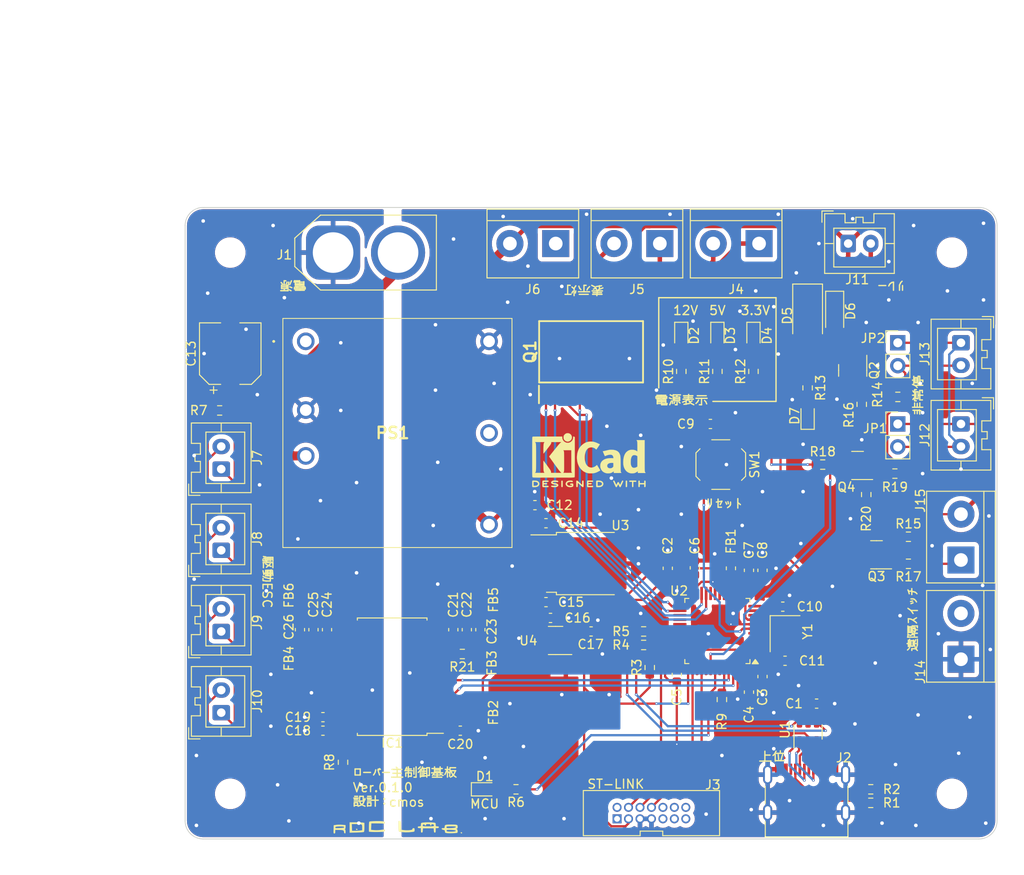
<source format=kicad_pcb>
(kicad_pcb (version 20221018) (generator pcbnew)
  (layers (0 "F.Cu" signal) (31 "B.Cu" signal) (34 "B.Paste" user) (35 "F.Paste" user) (36 "B.SilkS" user "B.Silkscreen") (37 "F.SilkS" user "F.Silkscreen") (38 "B.Mask" user) (39 "F.Mask" user) (44 "Edge.Cuts" user))
  (net 0 "")
  (net 1 "GND")
  (net 2 "+5V")
  (net 3 "+3.3V")
  (net 4 "VDDA")
  (net 5 "Net-(SW1-B)")
  (net 6 "Net-(U2-PD1)")
  (net 7 "Net-(U2-PD0)")
  (net 8 "+12V")
  (net 9 "+BATT")
  (net 10 "GNDPWR")
  (net 11 "Net-(IC1-VISOIN)")
  (net 12 "Net-(IC1-VIO)")
  (net 13 "Net-(IC1-VDD)")
  (net 14 "Net-(IC1-GND1)")
  (net 15 "Net-(IC1-VISOOUT)")
  (net 16 "Net-(IC1-GND2)")
  (net 17 "Net-(D1-A)")
  (net 18 "Net-(D2-A)")
  (net 19 "Net-(D3-A)")
  (net 20 "Net-(D4-A)")
  (net 21 "Net-(D5-A)")
  (net 22 "Net-(D6-K)")
  (net 23 "Net-(D7-A)")
  (net 24 "/CAN_Transceiver/CAN_TX")
  (net 25 "/CAN_Transceiver/CAN_RX")
  (net 27 "Net-(IC1-EN{slash}FLT)")
  (net 29 "/CAN_Transceiver/CAN_L")
  (net 30 "/CAN_Transceiver/CAN_H")
  (net 32 "Net-(J2-CC1)")
  (net 33 "/D+_IN")
  (net 34 "/D-_IN")
  (net 36 "Net-(J2-CC2)")
  (net 40 "/STM32F103/SWDIO")
  (net 41 "/STM32F103/SWCLK")
  (net 42 "/STM32F103/SWO")
  (net 49 "Net-(J4-Pin_1)")
  (net 50 "Net-(J4-Pin_2)")
  (net 51 "Net-(J5-Pin_1)")
  (net 52 "Net-(J5-Pin_2)")
  (net 54 "Net-(J12-Pin_1)")
  (net 55 "Net-(J12-Pin_2)")
  (net 56 "Net-(J13-Pin_2)")
  (net 58 "Net-(J15-Pin_1)")
  (net 61 "/STM32F103/INDICATOR_RED")
  (net 62 "/STM32F103/INDICATOR_YELLOW")
  (net 63 "/STM32F103/INDICATOR_GREEN")
  (net 64 "/STM32F103/INDICATOR_BUZZER")
  (net 73 "Net-(Q2-G)")
  (net 74 "Net-(Q3-G)")
  (net 75 "Net-(Q4-G)")
  (net 76 "/EMS/MCU_EMS_OBSERVE")
  (net 77 "/STM32F103/USB_D+")
  (net 78 "/D+_OUT")
  (net 79 "/D-_OUT")
  (net 80 "/STM32F103/USB_D-")
  (net 81 "/MCU_CYCLE_LED")
  (net 82 "Net-(U2-BOOT0)")
  (footprint "Capacitor_SMD:C_0603_1608Metric" (layer "F.Cu") (at 120 105 180)
    (fp_text reference "C1")
    (fp_text value "0.1u")
  )
  (footprint "MountingHole:MountingHole_3.2mm_M3" (layer "F.Cu") (at 135 115)
    (fp_text reference "H4" hide)
    (fp_text value "MountingHole" hide)
  )
  (footprint "LED_SMD:LED_0603_1608Metric" (layer "F.Cu") (at 119 73.1075 90)
    (fp_text reference "D7")
    (fp_text value "LED")
  )
  (footprint "Capacitor_SMD:C_0603_1608Metric" (layer "F.Cu") (at 82.725 96.805 90)
    (fp_text reference "C23")
    (fp_text value "10n")
  )
  (footprint "MountingHole:MountingHole_3.2mm_M3" (layer "F.Cu") (at 135 55)
    (fp_text reference "H2" hide)
    (fp_text value "MountingHole" hide)
  )
  (footprint "Crystal:Crystal_SMD_3225-4Pin_3.2x2.5mm" (layer "F.Cu") (at 116.5 97.25 -90)
    (fp_text reference "Y1")
    (fp_text value "12MHz")
  )
  (footprint "Capacitor_SMD:C_0603_1608Metric" (layer "F.Cu") (at 95 97)
    (fp_text reference "C17")
    (fp_text value "1u")
  )
  (footprint "Connector_AMASS:AMASS_XT60-M_1x02_P7.20mm_Vertical" (layer "F.Cu") (at 66.4 55)
    (fp_text reference "J1")
    (fp_text value "PWR_BATT")
  )
  (footprint "Connector_USB:USB_C_Receptacle_G-Switch_GT-USB-7010ASV" (layer "F.Cu") (at 118.89 116)
    (fp_text reference "J2")
    (fp_text value "USB_C_Receptacle_USB2.0_16P" hide)
  )
  (footprint "Capacitor_SMD:C_0603_1608Metric" (layer "F.Cu") (at 90 93.75)
    (fp_text reference "C15")
    (fp_text value "0.1u")
  )
  (footprint "Package_TO_SOT_SMD:SOT-23" (layer "F.Cu") (at 124 68.0625 -90)
    (fp_text reference "Q2")
    (fp_text value "Q_NMOS_GDS")
  )
  (footprint "Resistor_SMD:R_0603_1608Metric" (layer "F.Cu") (at 67.5 111.5 -90)
    (fp_text reference "R8")
    (fp_text value "120")
  )
  (footprint "Connector_JST:JST_XA_B02B-XASK-1_1x02_P2.50mm_Vertical" (layer "F.Cu") (at 54 97 90)
    (fp_text reference "J9")
    (fp_text value "CAN")
  )
  (footprint "Capacitor_SMD:C_0603_1608Metric" (layer "F.Cu") (at 112.5 90.225 -90)
    (fp_text reference "C7")
    (fp_text value "1u")
  )
  (footprint "Resistor_SMD:R_0603_1608Metric" (layer "F.Cu") (at 120.675 78.5)
    (fp_text reference "R18")
    (fp_text value "10k")
  )
  (footprint "Resistor_SMD:R_0603_1608Metric" (layer "F.Cu") (at 130.175 89.5 180)
    (fp_text reference "R17")
    (fp_text value "2k")
  )
  (footprint "MountingHole:MountingHole_3.2mm_M3" (layer "F.Cu") (at 55 55)
    (fp_text reference "H1" hide)
    (fp_text value "MountingHole" hide)
  )
  (footprint "Package_TO_SOT_SMD:TO-252-2" (layer "F.Cu") (at 94.465 89.475)
    (fp_text reference "U3")
    (fp_text value "L7805")
  )
  (footprint "Capacitor_SMD:C_0603_1608Metric" (layer "F.Cu") (at 104.5 101.775 -90)
    (fp_text reference "C5")
    (fp_text value "0.1u")
  )
  (footprint "Connector_JST:JST_XA_B02B-XASK-1_1x02_P2.50mm_Vertical" (layer "F.Cu") (at 123.5 54)
    (fp_text reference "J11")
    (fp_text value "Relay")
  )
  (footprint "Inductor_SMD:L_0402_1005Metric" (layer "F.Cu") (at 62.5 99.5 -90)
    (fp_text reference "FB4")
    (fp_text value "FerriteBead" hide)
  )
  (footprint "my_logo_pretty:rdclab_small" (layer "F.Cu") (at 73.5 119)
    (fp_text reference "G***" hide)
    (fp_text value "LOGO" hide)
  )
  (footprint "LED_SMD:LED_0603_1608Metric" (layer "F.Cu") (at 113 64.2125 -90)
    (fp_text reference "D4")
    (fp_text value "LED")
  )
  (footprint "Package_TO_SOT_SMD:SOT-23" (layer "F.Cu") (at 126.6375 88.5 180)
    (fp_text reference "Q3")
    (fp_text value "Q_PMOS_GSD")
  )
  (footprint "Connector_JST:JST_XA_B02B-XASK-1_1x02_P2.50mm_Vertical" (layer "F.Cu") (at 136 65 -90)
    (fp_text reference "J13")
    (fp_text value "EMS_SW")
  )
  (footprint "Resistor_SMD:R_0603_1608Metric" (layer "F.Cu") (at 125 71.825 90)
    (fp_text reference "R16")
    (fp_text value "10k")
  )
  (footprint "Inductor_SMD:L_0402_1005Metric" (layer "F.Cu") (at 83 99.5 90)
    (fp_text reference "FB3")
    (fp_text value "FerriteBead" hide)
  )
  (footprint "Resistor_SMD:R_0603_1608Metric" (layer "F.Cu") (at 126 114.5)
    (fp_text reference "R2")
    (fp_text value "5.1k")
  )
  (footprint "Package_QFP:LQFP-48_7x7mm_P0.5mm" (layer "F.Cu") (at 109 96.95 180)
    (fp_text reference "U2")
    (fp_text value "STM32F103CBTx")
  )
  (footprint "Capacitor_SMD:C_0603_1608Metric" (layer "F.Cu") (at 114 102 -90)
    (fp_text reference "C3")
    (fp_text value "0.1u")
  )
  (footprint "Package_TO_SOT_SMD:SOT-23" (layer "F.Cu") (at 124.5375 78.6 180)
    (fp_text reference "Q4")
    (fp_text value "Q_NMOS_GSD")
  )
  (footprint "Capacitor_SMD:C_0603_1608Metric" (layer "F.Cu") (at 103.5 90 90)
    (fp_text reference "C2")
    (fp_text value "10u")
  )
  (footprint "Resistor_SMD:R_0603_1608Metric" (layer "F.Cu") (at 100.825 98.5)
    (fp_text reference "R4")
    (fp_text value "22")
  )
  (footprint "Inductor_SMD:L_0402_1005Metric" (layer "F.Cu") (at 83 94 -90)
    (fp_text reference "FB5")
    (fp_text value "FerriteBead" hide)
  )
  (footprint "Resistor_SMD:R_0603_1608Metric" (layer "F.Cu") (at 129 71 180)
    (fp_text reference "R14")
    (fp_text value "100")
  )
  (footprint "Button_Switch_SMD:SW_Push_1P1T_XKB_TS-1187A" (layer "F.Cu") (at 109.375 78.5 -90)
    (fp_text reference "SW1")
    (fp_text value "SPST_SW")
  )
  (footprint "Resistor_SMD:R_0603_1608Metric" (layer "F.Cu") (at 105 68.175 90)
    (fp_text reference "R10")
    (fp_text value "10k")
  )
  (footprint "LED_SMD:LED_0603_1608Metric" (layer "F.Cu") (at 105 64.2125 -90)
    (fp_text reference "D2")
    (fp_text value "LED")
  )
  (footprint "Capacitor_SMD:C_0603_1608Metric" (layer "F.Cu") (at 79.725 96.805 90)
    (fp_text reference "C21")
    (fp_text value "10u")
  )
  (footprint "Connector_PinHeader_2.54mm:PinHeader_1x02_P2.54mm_Vertical" (layer "F.Cu") (at 129 74)
    (fp_text reference "JP1")
    (fp_text value "EMS_Jumper" hide)
  )
  (footprint "Capacitor_SMD:C_0603_1608Metric" (layer "F.Cu") (at 81.225 96.805 90)
    (fp_text reference "C22")
    (fp_text value "1u")
  )
  (footprint "Capacitor_SMD:C_0603_1608Metric" (layer "F.Cu") (at 65.275 106.5 180)
    (fp_text reference "C19")
    (fp_text value "10u")
  )
  (footprint "Package_TO_SOT_SMD:SOT-23-3" (layer "F.Cu") (at 91.0625 98 180)
    (fp_text reference "U4")
    (fp_text value "XC6206P332MR")
  )
  (footprint "my_pretty:JTAG_BOX_CONN" (layer "F.Cu") (at 110.64 117.135 90)
    (fp_text reference "J3")
    (fp_text value "ST-LINK")
  )
  (footprint "Diode_SMD:D_SMA" (layer "F.Cu") (at 119 62 -90)
    (fp_text reference "D5")
    (fp_text value "D")
  )
  (footprint "Inductor_SMD:L_0603_1608Metric" (layer "F.Cu") (at 110.5 90 -90)
    (fp_text reference "FB1")
    (fp_text value "FerriteBead" hide)
  )
  (footprint "Capacitor_SMD:C_0603_1608Metric" (layer "F.Cu") (at 65.725 96.805 90)
    (fp_text reference "C24")
    (fp_text value "10n")
  )
  (footprint "Resistor_SMD:R_0603_1608Metric" (layer "F.Cu") (at 101.5 101 90)
    (fp_text reference "R3")
    (fp_text value "1.5k")
  )
  (footprint "Symbol:KiCad-Logo2_5mm_SilkScreen" (layer "F.Cu") (at 94.75 78)
    (fp_text reference "REF**" hide)
    (fp_text value "KiCad-Logo2_5mm_SilkScreen" hide)
  )
  (footprint "TerminalBlock:TerminalBlock_bornier-2_P5.08mm" (layer "F.Cu") (at 136 89.08 90)
    (fp_text reference "J15")
    (fp_text value "Remote_SW")
  )
  (footprint "Resistor_SMD:R_0603_1608Metric" (layer "F.Cu") (at 109.5 104.55 -90)
    (fp_text reference "R9")
    (fp_text value "10k")
  )
  (footprint "Package_SO:SOIC-20W_7.5x12.8mm_P1.27mm" (layer "F.Cu") (at 72.95 102.015 180)
    (fp_text reference "IC1")
    (fp_text value "ISOW1044BDFMR")
  )
  (footprint "Capacitor_SMD:C_0603_1608Metric" (layer "F.Cu") (at 114 90.225 -90)
    (fp_text reference "C8")
    (fp_text value "0.1u")
  )
  (footprint "Resistor_SMD:R_0603_1608Metric" (layer "F.Cu") (at 126 116)
    (fp_text reference "R1")
    (fp_text value "5.1k")
  )
  (footprint "Capacitor_SMD:C_0603_1608Metric" (layer "F.Cu") (at 116.5 100.25 180)
    (fp_text reference "C11")
    (fp_text value "10p")
  )
  (footprint "Capacitor_SMD:CP_Elec_6.3x7.7" (layer "F.Cu") (at 55 66.2 90)
    (fp_text reference "C13")
    (fp_text value "120u")
  )
  (footprint "TerminalBlock:TerminalBlock_bornier-2_P5.08mm" (layer "F.Cu") (at 113.62 54 180)
    (fp_text reference "J4")
    (fp_text value "INDICATOR")
  )
  (footprint "Capacitor_SMD:C_0603_1608Metric" (layer "F.Cu") (at 62.725 96.805 90)
    (fp_text reference "C26")
    (fp_text value "10u")
  )
  (footprint "Capacitor_SMD:C_0603_1608Metric" (layer "F.Cu") (at 90 85)
    (fp_text reference "C14")
    (fp_text value "0.33u")
  )
  (footprint "Connector_JST:JST_XA_B02B-XASK-1_1x02_P2.50mm_Vertical" (layer "F.Cu") (at 54 106 90)
    (fp_text reference "J10")
    (fp_text value "CAN")
  )
  (footprint "LED_SMD:LED_0603_1608Metric" (layer "F.Cu") (at 109 64.2125 -90)
    (fp_text reference "D3")
    (fp_text value "LED")
  )
  (footprint "Resistor_SMD:R_0603_1608Metric" (layer "F.Cu") (at 119 70 -90)
    (fp_text reference "R13")
    (fp_text value "10k")
  )
  (footprint "Package_TO_SOT_SMD:SOT-23-6" (layer "F.Cu") (at 119.05 108.1375 90)
    (fp_text reference "U1")
    (fp_text value "USBLC6-2SC6")
  )
  (footprint "Capacitor_SMD:C_0603_1608Metric" (layer "F.Cu") (at 108.225 74)
    (fp_text reference "C9")
    (fp_text value "0.1u")
  )
  (footprint "Capacitor_SMD:C_0603_1608Metric" (layer "F.Cu") (at 116.25 94.25)
    (fp_text reference "C10")
    (fp_text value "10p")
  )
  (footprint "Capacitor_SMD:C_0603_1608Metric" (layer "F.Cu") (at 106.5 89.95 90)
    (fp_text reference "C6")
    (fp_text value "0.1u")
  )
  (footprint "Resistor_SMD:R_0603_1608Metric" (layer "F.Cu") (at 113 68.175 90)
    (fp_text reference "R12")
    (fp_text value "1.2k")
  )
  (footprint "Resistor_SMD:R_0603_1608Metric" (layer "F.Cu") (at 125.5 81.825 -90)
    (fp_text reference "R20")
    (fp_text value "10k")
  )
  (footprint "Capacitor_SMD:C_0603_1608Metric" (layer "F.Cu") (at 88.775 83)
    (fp_text reference "C12")
    (fp_text value "22u")
  )
  (footprint "Capacitor_SMD:C_0603_1608Metric" (layer "F.Cu") (at 80.5 108)
    (fp_text reference "C20")
    (fp_text value "0.1u")
  )
  (footprint "Resistor_SMD:R_0603_1608Metric" (layer "F.Cu") (at 80.725 99.5 180)
    (fp_text reference "R21")
    (fp_text value "4.7k")
  )
  (footprint "Capacitor_SMD:C_0603_1608Metric" (layer "F.Cu") (at 64.225 96.805 90)
    (fp_text reference "C25")
    (fp_text value "1u")
  )
  (footprint "TerminalBlock:TerminalBlock_bornier-2_P5.08mm" (layer "F.Cu") (at 102.62 54 180)
    (fp_text reference "J5")
    (fp_text value "INDICATOR")
  )
  (footprint "Resistor_SMD:R_0603_1608Metric" (layer "F.Cu") (at 128.675 79.5)
    (fp_text reference "R19")
    (fp_text value "100")
  )
  (footprint "Capacitor_SMD:C_0603_1608Metric" (layer "F.Cu") (at 112.5 103.725 -90)
    (fp_text reference "C4")
    (fp_text value "0.1u")
  )
  (footprint "my_pretty:CCG304815S" (layer "F.Cu") (at 63.37 64.84)
    (fp_text reference "PS1")
    (fp_text value "CCG30-24-12S_P" hide)
  )
  (footprint "Connector_JST:JST_XA_B02B-XASK-1_1x02_P2.50mm_Vertical" (layer "F.Cu") (at 136 74 -90)
    (fp_text reference "J12")
    (fp_text value "EMS_SW")
  )
  (footprint "Resistor_SMD:R_0603_1608Metric" (layer "F.Cu") (at 130.175 86.5)
    (fp_text reference "R15")
    (fp_text value "10k")
  )
  (footprint "TerminalBlock:TerminalBlock_bornier-2_P5.08mm" (layer "F.Cu") (at 136 100.08 90)
    (fp_text reference "J14")
    (fp_text value "Remote_SW")
  )
  (footprint "Resistor_SMD:R_0603_1608Metric" (layer "F.Cu") (at 109 68.175 90)
    (fp_text reference "R11")
    (fp_text value "3.3k")
  )
  (footprint "Capacitor_SMD:C_0603_1608Metric" (layer "F.Cu") (at 65.275 108 180)
    (fp_text reference "C18")
    (fp_text value "0.1u")
  )
  (footprint "Connector_JST:JST_XA_B02B-XASK-1_1x02_P2.50mm_Vertical" (layer "F.Cu") (at 54 88 90)
    (fp_text reference "J8")
    (fp_text value "CAN")
  )
  (footprint "Connector_JST:JST_XA_B02B-XASK-1_1x02_P2.50mm_Vertical" (layer "F.Cu") (at 54 79 90)
    (fp_text reference "J7")
    (fp_text value "CAN")
  )
  (footprint "Resistor_SMD:R_0603_1608Metric" (layer "F.Cu") (at 100.825 97)
    (fp_text reference "R5")
    (fp_text value "22")
  )
  (footprint "Diode_SMD:D_SOD-123" (layer "F.Cu") (at 122 61.65 -90)
    (fp_text reference "D6")
    (fp_text value "D_Zener")
  )
  (footprint "Capacitor_SMD:C_0603_1608Metric" (layer "F.Cu") (at 90.5 95.5)
    (fp_text reference "C16")
    (fp_text value "1u")
  )
  (footprint "LED_SMD:LED_0603_1608Metric" (layer "F.Cu") (at 83.2125 114.5)
    (fp_text reference "D1")
    (fp_text value "LED")
  )
  (footprint "TerminalBlock:TerminalBlock_bornier-2_P5.08mm" (layer "F.Cu") (at 91.08 54 180)
    (fp_text reference "J6")
    (fp_text value "INDICATOR")
  )
  (footprint "MountingHole:MountingHole_3.2mm_M3" (layer "F.Cu") (at 55 115)
    (fp_text reference "H3" hide)
    (fp_text value "MountingHole" hide)
  )
  (footprint "Connector_PinHeader_2.54mm:PinHeader_1x02_P2.54mm_Vertical" (layer "F.Cu") (at 129 65)
    (fp_text reference "JP2")
    (fp_text value "EMS_Jumper" hide)
  )
  (footprint "my_pretty:SOIC127P1032X285-18N" (layer "F.Cu") (at 95 66 90)
    (fp_text reference "Q1")
    (fp_text value "TBD62083AFWG_Z,EHZ" hide)
  )
  (footprint "Inductor_SMD:L_0402_1005Metric" (layer "F.Cu") (at 83 106 -90)
    (fp_text reference "FB2")
    (fp_text value "FerriteBead" hide)
  )
  (footprint "Inductor_SMD:L_0402_1005Metric" (layer "F.Cu") (at 62.5 94 90)
    (fp_text reference "FB6")
    (fp_text value "FerriteBead" hide)
  )
  (footprint "Resistor_SMD:R_0603_1608Metric" (layer "F.Cu") (at 86.675 114.5 180)
    (fp_text reference "R6")
    (fp_text value "1.2k")
  )
  (footprint "Resistor_SMD:R_0603_1608Metric" (layer "F.Cu") (at 53.825 72.5 180)
    (fp_text reference "R7")
    (fp_text value "120")
  )
  (gr_line (start 115.5 60) (end 115.5 71.5) (stroke (width 0.15)) (layer "F.SilkS"))
  (gr_line (start 102.5 60) (end 115.5 60) (stroke (width 0.15)) (layer "F.SilkS"))
  (gr_line (start 102.5 70) (end 102.5 60) (stroke (width 0.15)) (layer "F.SilkS"))
  (gr_line (start 115.5 71.5) (end 108.5 71.5) (stroke (width 0.15)) (layer "F.SilkS"))
  (gr_arc (start 140 118) (mid 139.414214 119.414214) (end 138 120) (stroke (width 0.1)) (layer "Edge.Cuts"))
  (gr_line (start 140 118) (end 140 52) (stroke (width 0.1)) (layer "Edge.Cuts"))
  (gr_arc (start 138 50) (mid 139.414214 50.585786) (end 140 52) (stroke (width 0.1)) (layer "Edge.Cuts"))
  (gr_line (start 138 120) (end 52 120) (stroke (width 0.1)) (layer "Edge.Cuts"))
  (gr_arc (start 50 52) (mid 50.585786 50.585786) (end 52 50) (stroke (width 0.1)) (layer "Edge.Cuts"))
  (gr_arc (start 52 120) (mid 50.585786 119.414214) (end 50 118) (stroke (width 0.1)) (layer "Edge.Cuts"))
  (gr_line (start 52 50) (end 138 50) (stroke (width 0.1)) (layer "Edge.Cuts"))
  (gr_line (start 50 52) (end 50 118) (stroke (width 0.1)) (layer "Edge.Cuts"))
  (gr_text "上位" (at 113.5 111.5) (layer "F.SilkS") (effects (font (size 1 1)) (justify left bottom)))
  (gr_text "電源" (at 63.5 58 180) (layer "F.SilkS") (effects (font (size 1 1)) (justify left bottom)))
  (gr_text "駆動ESC" (at 58.5 88.5 -90) (layer "F.SilkS") (effects (font (size 1 1)) (justify left bottom)))
  (gr_text "リセット" (at 107.5 83.5) (layer "F.SilkS") (effects (font (size 1 1)) (justify left bottom)))
  (gr_text "遠隔スイッチ" (at 131.3 99.3 90) (layer "F.SilkS") (effects (font (size 1 1)) (justify left bottom)))
  (gr_text "12V" (at 104 62) (layer "F.SilkS") (effects (font (size 1 1)) (justify left bottom)))
  (gr_text "電源表示" (at 102 72) (layer "F.SilkS") (effects (font (size 1 1)) (justify left bottom)))
  (gr_text "5V" (at 108 62) (layer "F.SilkS") (effects (font (size 1 1)) (justify left bottom)))
  (gr_text "表示灯" (at 96.5 58.5 180) (layer "F.SilkS") (effects (font (size 1 1)) (justify left bottom)))
  (gr_text "ST-LINK" (at 94.5 114.5) (layer "F.SilkS") (effects (font (size 1 1)) (justify left bottom)))
  (gr_text "MCU" (at 81.5 116.7) (layer "F.SilkS") (effects (font (size 1 1)) (justify left bottom)))
  (gr_text "ローバー主制御基板\nVer.0.1.0\n設計：cmos" (at 68.5 116.5) (layer "F.SilkS") (effects (font (size 1 1)) (justify left bottom)))
  (gr_text "リレー" (at 130 58 180) (layer "F.SilkS") (effects (font (size 1 1)) (justify left bottom)))
  (gr_text "非常停" (at 131.9 73.1 90) (layer "F.SilkS") (effects (font (size 1 1)) (justify left bottom)))
  (gr_text "3.3V" (at 111.5 62) (layer "F.SilkS") (effects (font (size 1 1)) (justify left bottom)))
  (segment (start 115.725 101.725) (end 115.75 101.75) (width 0.25) (layer "F.Cu") (net 1))
  (segment (start 103.75 102.55) (end 104.5 102.55) (width 0.25) (layer "F.Cu") (net 1))
  (segment (start 106.75 91.984314) (end 107.234314 91.5) (width 0.25) (layer "F.Cu") (net 1))
  (segment (start 119 109.275) (end 119 108.6125) (width 0.25) (layer "F.Cu") (net 1))
  (segment (start 115.725 100.25) (end 115.725 101.725) (width 0.25) (layer "F.Cu") (net 1))
  (segment (start 117.025 94.25) (end 117.025 93.025) (width 0.25) (layer "F.Cu") (net 1))
  (segment (start 92.2 102.45) (end 92.25 102.5) (width 0.5) (layer "F.Cu") (net 1))
  (segment (start 104.034314 99.2) (end 103.2 100.034314) (width 0.25) (layer "F.Cu") (net 1))
  (segment (start 103.2 102) (end 103.75 102.55) (width 0.25) (layer "F.Cu") (net 1))
  (segment (start 117.2125 108.2875) (end 116.5 109) (width 0.25) (layer "F.Cu") (net 1))
  (segment (start 92.2 98.95) (end 92.2 102.45) (width 0.5) (layer "F.Cu") (net 1))
  (segment (start 115.65 100.175) (end 115.725 100.25) (width 0.25) (layer "F.Cu") (net 1))
  (segment (start 106.75 92.7875) (end 106.75 91.984314) (width 0.25) (layer "F.Cu") (net 1))
  (segment (start 111.25 101.1125) (end 111.25 103.75) (width 0.25) (layer "F.Cu") (net 1))
  (segment (start 104.8375 99.2) (end 104.034314 99.2) (width 0.25) (layer "F.Cu") (net 1))
  (segment (start 115.65 98.35) (end 115.65 100.175) (width 0.25) (layer "F.Cu") (net 1))
  (segment (start 117.025 94.25) (end 117.025 95.825) (width 0.25) (layer "F.Cu") (net 1))
  (segment (start 118.675 108.2875) (end 117.2125 108.2875) (width 0.25) (layer "F.Cu") (net 1))
  (segment (start 104.5 102.55) (end 104.5 109.5) (width 0.25) (layer "F.Cu") (net 1))
  (segment (start 113.1625 96.2) (end 110.5 96.2) (width 0.25) (layer "F.Cu") (net 1))
  (segment (start 107.234314 91.5) (end 108.5 91.5) (width 0.25) (layer "F.Cu") (net 1))
  (segment (start 117.025 93.025) (end 117 93) (width 0.25) (layer "F.Cu") (net 1))
  (segment (start 119 108.6125) (end 118.675 108.2875) (width 0.25) (layer "F.Cu") (net 1))
  (segment (start 103.2 100.034314) (end 103.2 102) (width 0.25) (layer "F.Cu") (net 1))
  (segment (start 117.025 95.825) (end 117.35 96.15) (width 0.25) (layer "F.Cu") (net 1))
  (via (at 122.25 71.25) (size 0.8) (drill 0.4) (layers "F.Cu" "B.Cu") (net 1))
  (via (at 102.25 70.25) (size 0.8) (drill 0.4) (layers "F.Cu" "B.Cu") (net 1))
  (via (at 114 81.5) (size 0.8) (drill 0.4) (layers "F.Cu" "B.Cu") (net 1))
  (via (at 97.25 80) (size 0.8) (drill 0.4) (layers "F.Cu" "B.Cu") (net 1))
  (via (at 78 91.75) (size 0.8) (drill 0.4) (layers "F.Cu" "B.Cu") (net 1))
  (via (at 96.75 74.25) (size 0.8) (drill 0.4) (layers "F.Cu" "B.Cu") (net 1))
  (via (at 117 115.75) (size 0.8) (drill 0.4) (layers "F.Cu" "B.Cu") (net 1))
  (via (at 104.5 92.5) (size 0.8) (drill 0.4) (layers "F.Cu" "B.Cu") (net 1))
  (via (at 104.5 109.5) (size 0.3) (drill 0.15) (layers "F.Cu" "B.Cu") (net 1))
  (via (at 139.1 84.2) (size 0.8) (drill 0.4) (layers "F.Cu" "B.Cu") (net 1))
  (via (at 115.5 90) (size 0.8) (drill 0.4) (layers "F.Cu" "B.Cu") (net 1))
  (via (at 103.5 88) (size 0.8) (drill 0.4) (layers "F.Cu" "B.Cu") (net 1))
  (via (at 124.25 107.25) (size 0.8) (drill 0.4) (layers "F.Cu" "B.Cu") (net 1))
  (via (at 114 88.25) (size 0.8) (drill 0.4) (layers "F.Cu" "B.Cu") (net 1))
  (via (at 132.8 87.5) (size 0.8) (drill 0.4) (layers "F.Cu" "B.Cu") (net 1))
  (via (at 92.5 95.5) (size 0.8) (drill 0.4) (layers "F.Cu" "B.Cu") (net 1))
  (via (at 131 118.5) (size 0.8) (drill 0.4) (layers "F.Cu" "B.Cu") (net 1))
  (via (at 115.75 101.75) (size 0.8) (drill 0.4) (layers "F.Cu" "B.Cu") (net 1))
  (via (at 138.5 51.75) (size 0.8) (drill 0.4) (layers "F.Cu" "B.Cu") (net 1))
  (via (at 122 105) (size 0.8) (drill 0.4) (layers "F.Cu" "B.Cu") (net 1))
  (via (at 115.75 66.25) (size 0.8) (drill 0.4) (layers "F.Cu" "B.Cu") (net 1))
  (via (at 108 97.25) (size 0.8) (drill 0.4) (layers "F.Cu" "B.Cu") (net 1))
  (via (at 128 56) (size 0.8) (drill 0.4) (layers "F.Cu" "B.Cu") (net 1))
  (via (at 111.25 104.5) (size 0.8) (drill 0.4) (layers "F.Cu" "B.Cu") (net 1))
  (via (at 74.9 101.6) (size 0.8) (drill 0.4) (layers "F.Cu" "B.Cu") (net 1))
  (via (at 85.75 60.5) (size 0.8) (drill 0.4) (layers "F.Cu" "B.Cu") (net 1))
  (via (at 108.5 91.5) (size 0.3) (drill 0.15) (layers "F.Cu" "B.Cu") (net 1))
  (via (at 131.25 106.25) (size 0.8) (drill 0.4) (layers "F.Cu" "B.Cu") (net 1))
  (via (at 100.5 75.25) (size 0.8) (drill 0.4) (layers "F.Cu" "B.Cu") (net 1))
  (via (at 96 84) (size 0.8) (drill 0.4) (layers "F.Cu" "B.Cu") (net 1))
  (via (at 86 105) (size 0.8) (drill 0.4) (layers "F.Cu" "B.Cu") (net 1))
  (via (at 111 65.75) (size 0.8) (drill 0.4) (layers "F.Cu" "B.Cu") (net 1))
  (via (at 95.75 95.75) (size 0.8) (drill 0.4) (layers "F.Cu" "B.Cu") (net 1))
  (via (at 130.75 52) (size 0.8) (drill 0.4) (layers "F.Cu" "B.Cu") (net 1))
  (via (at 135.75 110.5) (size 0.8) (drill 0.4) (layers "F.Cu" "B.Cu") (net 1))
  (via (at 118.25 87.25) (size 0.8) (drill 0.4) (layers "F.Cu" "B.Cu") (net 1))
  (via (at 120.75 118.5) (size 0.8) (drill 0.4) (layers "F.Cu" "B.Cu") (net 1))
  (via (at 92 117.75) (size 0.8) (drill 0.4) (layers "F.Cu" "B.Cu") (net 1))
  (via (at 83.25 111) (size 0.8) (drill 0.4) (layers "F.Cu" "B.Cu") (net 1))
  (via (at 91.75 58.75) (size 0.8) (drill 0.4) (layers "F.Cu" "B.Cu") (net 1))
  (via (at 108.7 88.4) (size 0.8) (drill 0.4) (layers "F.Cu" "B.Cu") (net 1))
  (via (at 91.5 66.75) (size 0.8) (drill 0.4) (layers "F.Cu" "B.Cu") (net 1))
  (via (at 131.75 79.5) (size 0.8) (drill 0.4) (layers "F.Cu" "B.Cu") (net 1))
  (via (at 85.25 51) (size 0.8) (drill 0.4) (layers "F.Cu" "B.Cu") (net 1))
  (via (at 77.75 63) (size 0.8) (drill 0.4) (layers "F.Cu" "B.Cu") (net 1))
  (via (at 84.25 69.5) (size 0.8) (drill 0.4) (layers "F.Cu" "B.Cu") (net 1))
  (via (at 77.75 70.25) (size 0.8) (drill 0.4) (layers "F.Cu" "B.Cu") (net 1))
  (via (at 79.75 53.5) (size 0.8) (drill 0.4) (layers "F.Cu" "B.Cu") (net 1))
  (via (at 128.75 111.75) (size 0.8) (drill 0.4) (layers "F.Cu" "B.Cu") (net 1))
  (via (at 110 78.5) (size 0.8) (drill 0.4) (layers "F.Cu" "B.Cu") (net 1))
  (via (at 131.75 72.75) (size 0.8) (drill 0.4) (layers "F.Cu" "B.Cu") (net 1))
  (via (at 114 104) (size 0.8) (drill 0.4) (layers "F.Cu" "B.Cu") (net 1))
  (via (at 88.25 70.75) (size 0.8) (drill 0.4) (layers "F.Cu" "B.Cu") (net 1))
  (via (at 106.5 88) (size 0.8) (drill 0.4) (layers "F.Cu" "B.Cu") (net 1))
  (via (at 77.25 117.75) (size 0.8) (drill 0.4) (layers "F.Cu" "B.Cu") (net 1))
  (via (at 117.3 71.3) (size 0.8) (drill 0.4) (layers "F.Cu" "B.Cu") (net 1))
  (via (at 112.5 88.25) (size 0.8) (drill 0.4) (layers "F.Cu" "B.Cu") (net 1))
  (via (at 105 84) (size 0.8) (drill 0.4) (layers "F.Cu" "B.Cu") (net 1))
  (via (at 100.5 95) (size 0.8) (drill 0.4) (layers "F.Cu" "B.Cu") (net 1))
  (via (at 94.5 50.75) (size 0.8) (drill 0.4) (layers "F.Cu" "B.Cu") (net 1))
  (via (at 112.75 116.75) (size 0.8) (drill 0.4) (layers "F.Cu" "B.Cu") (net 1))
  (via (at 111.75 85.25) (size 0.8) (drill 0.4) (layers "F.Cu" "B.Cu") (net 1))
  (via (at 136 79) (size 0.8) (drill 0.4) (layers "F.Cu" "B.Cu") (net 1))
  (via (at 111.5 61.5) (size 0.8) (drill 0.4) (layers "F.Cu" "B.Cu") (net 1))
  (via (at 115.25 61) (size 0.8) (drill 0.4) (layers "F.Cu" "B.Cu") (net 1))
  (via (at 133.5 97.25) (size 0.8) (drill 0.4) (layers "F.Cu" "B.Cu") (net 1))
  (via (at 127.25 118.25) (size 0.8) (drill 0.4) (layers "F.Cu" "B.Cu") (net 1))
  (via (at 107.75 117.25) (size 0.8) (drill 0.4) (layers "F.Cu" "B.Cu") (net 1))
  (via (at 117 93) (size 0.8) (drill 0.4) (layers "F.Cu" "B.Cu") (net 1))
  (via (at 117.75 57.25) (size 0.8) (drill 0.4) (layers "F.Cu" "B.Cu") (net 1))
  (via (at 97 104) (size 0.8) (drill 0.4) (layers "F.Cu" "B.Cu") (net 1))
  (via (at 138.75 118.25) (size 0.8) (drill 0.4) (layers "F.Cu" "B.Cu") (net 1))
  (via (at 96.25 99.5) (size 0.8) (drill 0.4) (layers "F.Cu" "B.Cu") (net 1))
  (via (at 137 106.5) (size 0.8) (drill 0.4) (layers "F.Cu" "B.Cu") (net 1))
  (via (at 88.75 81.5) (size 0.8) (drill 0.4) (layers "F.Cu" "B.Cu") (net 1))
  (via (at 83.25 117.75) (size 0.8) (drill 0.4) (layers "F.Cu" "B.Cu") (net 1))
  (via (at 88 56.5) (size 0.8) (drill 0.4) (layers "F.Cu" "B.Cu") (net 1))
  (via (at 91.75 104) (size 0.8) (drill 0.4) (layers "F.Cu" "B.Cu") (net 1))
  (via (at 76.25 111.5) (size 0.8) (drill 0.4) (layers "F.Cu" "B.Cu") (net 1))
  (via (at 124 51.25) (size 0.8) (drill 0.4) (layers "F.Cu" "B.Cu") (net 1))
  (via (at 113.25 59.25) (size 0.8) (drill 0.4) (layers "F.Cu" "B.Cu") (net 1))
  (via (at 129.25 95.25) (size 0.8) (drill 0.4) (layers "F.Cu" "B.Cu") (net 1))
  (via (at 87.5 109.75) (size 0.8) (drill 0.4) (layers "F.Cu" "B.Cu") (net 1))
  (via (at 126.75 67.5) (size 0.8) (drill 0.4) (layers "F.Cu" "B.Cu") (net 1))
  (via (at 118.5 76.25) (size 0.8) (drill 0.4) (layers "F.Cu" "B.Cu") (net 1))
  (via (at 100.25 89.5) (size 0.8) (drill 0.4) (layers "F.Cu" "B.Cu") (net 1))
  (via (at 106.3 62.6) (size 0.8) (drill 0.4) (layers "F.Cu" "B.Cu") (net 1))
  (via (at 118 103) (size 0.8) (drill 0.4) (layers "F.Cu" "B.Cu") (net 1))
  (via (at 100.25 83.5) (size 0.8) (drill 0.4) (layers "F.Cu" "B.Cu") (net 1))
  (via (at 111 72.75) (size 0.8) (drill 0.4) (layers "F.Cu" "B.Cu") (net 1))
  (via (at 138.5 60.25) (size 0.8) (drill 0.4) (layers "F.Cu" "B.Cu") (net 1))
  (via (at 86.25 89.75) (size 0.8) (drill 0.4) (layers "F.Cu" "B.Cu") (net 1))
  (via (at 126.5 100.5) (size 0.8) (drill 0.4) (layers "F.Cu" "B.Cu") (net 1))
  (via (at 121.75 92) (size 0.8) (drill 0.4) (layers "F.Cu" "B.Cu") (net 1))
  (via (at 137.25 69.5) (size 0.8) (drill 0.4) (layers "F.Cu" "B.Cu") (net 1))
  (via (at 123.75 84.5) (size 0.8) (drill 0.4) (layers "F.Cu" "B.Cu") (net 1))
  (via (at 85 79) (size 0.8) (drill 0.4) (layers "F.Cu" "B.Cu") (net 1))
  (via (at 87 97.75) (size 0.8) (drill 0.4) (layers "F.Cu" "B.Cu") (net 1))
  (via (at 110.5 96.2) (size 0.3) (drill 0.15) (layers "F.Cu" "B.Cu") (net 1))
  (via (at 103.75 50.75) (size 0.8) (drill 0.4) (layers "F.Cu" "B.Cu") (net 1))
  (via (at 131.5 69.5) (size 0.8) (drill 0.4) (layers "F.Cu" "B.Cu") (net 1))
  (via (at 115.25 110) (size 0.8) (drill 0.4) (layers "F.Cu" "B.Cu") (net 1))
  (via (at 78 78.25) (size 0.8) (drill 0.4) (layers "F.Cu" "B.Cu") (net 1))
  (via (at 92 93.75) (size 0.8) (drill 0.4) (layers "F.Cu" "B.Cu") (net 1))
  (via (at 110.75 95) (size 0.8) (drill 0.4) (layers "F.Cu" "B.Cu") (net 1))
  (via (at 99.25 66.75) (size 0.8) (drill 0.4) (layers "F.Cu" "B.Cu") (net 1))
  (via (at 115.75 50.75) (size 0.8) (drill 0.4) (layers "F.Cu" "B.Cu") (net 1))
  (via (at 134.5 59.25) (size 0.8) (drill 0.4) (layers "F.Cu" "B.Cu") (net 1))
  (via (at 109.5 110.75) (size 0.8) (drill 0.4) (layers "F.Cu" "B.Cu") (net 1))
  (via (at 125 75.75) (size 0.8) (drill 0.4) (layers "F.Cu" "B.Cu") (net 1))
  (via (at 103 65.25) (size 0.8) (drill 0.4) (layers "F.Cu" "B.Cu") (net 1))
  (via (at 128 60.25) (size 0.8) (drill 0.4) (layers "F.Cu" "B.Cu") (net 1))
  (via (at 139.25 99) (size 0.8) (drill 0.4) (layers "F.Cu" "B.Cu") (net 1))
  (via (at 120.25 54) (size 0.8) (drill 0.4) (layers "F.Cu" "B.Cu") (net 1))
  (via (at 77.5 85.25) (size 0.8) (drill 0.4) (layers "F.Cu" "B.Cu") (net 1))
  (via (at 131.25 62.75) (size 0.8) (drill 0.4) (layers "F.Cu" "B.Cu") (net 1))
  (via (at 100.25 87.75) (size 0.8) (drill 0.4) (layers "F.Cu" "B.Cu") (net 1))
  (via (at 82.5 108) (size 0.8) (drill 0.4) (layers "F.Cu" "B.Cu") (net 1))
  (via (at 115.25 106) (size 0.8) (drill 0.4) (layers "F.Cu" "B.Cu") (net 1))
  (via (at 118.5 81.5) (size 0.8) (drill 0.4) (layers "F.Cu" "B.Cu") (net 1))
  (via (at 138.4 91.9) (size 0.8) (drill 0.4) (layers "F.Cu" "B.Cu") (net 1))
  (via (at 125.5 62.75) (size 0.8) (drill 0.4) (layers "F.Cu" "B.Cu") (net 1))
  (via (at 105 76.5) (size 0.8) (drill 0.4) (layers "F.Cu" "B.Cu") (net 1))
  (segment (start 91.5 91.5) (end 91.5 86.25) (width 0.25) (layer "F.Cu") (net 2))
  (segment (start 81.55 99.5) (end 82.035 99.985) (width 0.25) (layer "F.Cu") (net 2))
  (segment (start 120.75 103.475) (end 120.75 92.75) (width 0.25) (layer "F.Cu") (net 2))
  (segment (start 119.225 105) (end 120.75 103.475) (width 0.25) (layer "F.Cu") (net 2))
  (segment (start 119.225 105) (end 119.225 106.775) (width 0.25) (layer "F.Cu") (net 2))
  (segment (start 89.425 91.755) (end 89.425 93.55) (width 0.5) (layer "F.Cu") (net 2))
  (segment (start 89.925 100.325) (end 89.25 101) (width 0.25) (layer "F.Cu") (net 2))
  (segment (start 89.725 97.8) (end 89.925 98) (width 0.5) (layer "F.Cu") (net 2))
  (segment (start 89.725 94.25) (end 89.225 93.75) (width 0.5) (layer "F.Cu") (net 2))
  (segment (start 91.5 86.25) (end 92.25 85.5) (width 0.25) (layer "F.Cu") (net 2))
  (segment (start 84.25 101) (end 83 102.25) (width 0.25) (layer "F.Cu") (net 2))
  (segment (start 82.035 99.985) (end 83 99.985) (width 0.25) (layer "F.Cu") (net 2))
  (segment (start 91.5 91.772182) (end 91.5 91.5) (width 0.25) (layer "F.Cu") (net 2))
  (segment (start 89.225 93.75) (end 89.522182 93.75) (width 0.25) (layer "F.Cu") (net 2))
  (segment (start 116 69.132538) (end 115.142462 68.275) (width 0.25) (layer "F.Cu") (net 2))
  (segment (start 89.522182 93.75) (end 91.5 91.772182) (width 0.25) (layer "F.Cu") (net 2))
  (segment (start 102.25 84.25) (end 102.25 73.613604) (width 0.25) (layer "F.Cu") (net 2))
  (segment (start 119.225 106.775) (end 119 107) (width 0.25) (layer "F.Cu") (net 2))
  (segment (start 115.142462 68.275) (end 109.725 68.275) (width 0.25) (layer "F.Cu") (net 2))
  (segment (start 83 102.25) (end 83 105.515) (width 0.25) (layer "F.Cu") (net 2))
  (segment (start 109.725 68.275) (end 109 69) (width 0.25) (layer "F.Cu") (net 2))
  (segment (start 83.235 99.985) (end 83 99.985) (width 0.25) (layer "F.Cu") (net 2))
  (segment (start 120.75 92.75) (end 116 88) (width 0.25) (layer "F.Cu") (net 2))
  (segment (start 102.25 73.613604) (end 106.863604 69) (width 0.25) (layer "F.Cu") (net 2))
  (segment (start 106.863604 69) (end 109 69) (width 0.25) (layer "F.Cu") (net 2))
  (segment (start 92.25 85.5) (end 101 85.5) (width 0.25) (layer "F.Cu") (net 2))
  (segment (start 89.425 93.55) (end 89.225 93.75) (width 0.5) (layer "F.Cu") (net 2))
  (segment (start 116 88) (end 116 69.132538) (width 0.25) (layer "F.Cu") (net 2))
  (segment (start 89.725 95.5) (end 89.725 94.25) (width 0.5) (layer "F.Cu") (net 2))
  (segment (start 89.725 95.5) (end 89.725 97.8) (width 0.5) (layer "F.Cu") (net 2))
  (segment (start 101 85.5) (end 102.25 84.25) (width 0.25) (layer "F.Cu") (net 2))
  (segment (start 84.25 101) (end 83.235 99.985) (width 0.25) (layer "F.Cu") (net 2))
  (segment (start 89.25 101) (end 84.25 101) (width 0.25) (layer "F.Cu") (net 2))
  (segment (start 89.925 98) (end 89.925 100.325) (width 0.25) (layer "F.Cu") (net 2))
  (segment (start 105.75 101.5) (end 105.75 100.309314) (width 0.25) (layer "F.Cu") (net 3))
  (segment (start 104.5 101) (end 105.25 101) (width 0.25) (layer "F.Cu") (net 3))
  (segment (start 100.775 93.5) (end 98.5 93.5) (width 0.25) (layer "F.Cu") (net 3))
  (segment (start 99.15 118.264911) (end 98.819911 118.595) (width 0.25) (layer "F.Cu") (net 3))
  (segment (start 111.5 70.5) (end 115 74) (width 0.25) (layer "F.Cu") (net 3))
  (segment (start 113 101.75) (end 113.525 101.225) (width 0.25) (layer "F.Cu") (net 3))
  (segment (start 104.8375 100.6625) (end 104.5 101) (width 0.25) (layer "F.Cu") (net 3))
  (segment (start 97.24538 118.595) (end 94.225 115.57462) (width 0.25) (layer "F.Cu") (net 3))
  (segment (start 99.671752 105) (end 102.25 105) (width 0.25) (layer "F.Cu") (net 3))
  (segment (start 113 102.45) (end 112.5 102.95) (width 0.25) (layer "F.Cu") (net 3))
  (segment (start 101.5 101.825) (end 101.5 103.171752) (width 0.25) (layer "F.Cu") (net 3))
  (segment (start 114 100.5375) (end 113.1625 99.7) (width 0.25) (layer "F.Cu") (net 3))
  (segment (start 111.025 99.025) (end 113 101) (width 0.25) (layer "F.Cu") (net 3))
  (segment (start 96 105) (end 94.225 103.225) (width 0.25) (layer "F.Cu") (net 3))
  (segment (start 113 101) (end 113 101.75) (width 0.25) (layer "F.Cu") (net 3))
  (segment (start 114 101.225) (end 114 100.5375) (width 0.25) (layer "F.Cu") (net 3))
  (segment (start 98.5 93.5) (end 95.5 93.5) (width 0.25) (layer "F.Cu") (net 3))
  (segment (start 105.25 101) (end 105.75 101.5) (width 0.25) (layer "F.Cu") (net 3))
  (segment (start 109.7125 90) (end 110.5 89.2125) (width 0.25) (layer "F.Cu") (net 3))
  (segment (start 105.75 100.309314) (end 107.034314 99.025) (width 0.25) (layer "F.Cu") (net 3))
  (segment (start 94.225 103) (end 94.225 97) (width 0.25) (layer "F.Cu") (net 3))
  (segment (start 111.75 102.2) (end 112.5 102.95) (width 0.25) (layer "F.Cu") (net 3))
  (segment (start 102.7 73.8) (end 106 70.5) (width 0.25) (layer "F.Cu") (net 3))
  (segment (start 94.225 115.57462) (end 94.225 103) (width 0.25) (layer "F.Cu") (net 3))
  (segment (start 101.5 103.171752) (end 99.671752 105) (width 0.25) (layer "F.Cu") (net 3))
  (segment (start 115 74) (end 115 78.5) (width 0.25) (layer "F.Cu") (net 3))
  (segment (start 106.45 90.775) (end 106.5 90.725) (width 0.25) (layer "F.Cu") (net 3))
  (segment (start 119 78.5) (end 119.85 78.5) (width 0.25) (layer "F.Cu") (net 3))
  (segment (start 104.275 90) (end 109.7125 90) (width 0.25) (layer "F.Cu") (net 3))
  (segment (start 103.5 90.775) (end 106.45 90.775) (width 0.25) (layer "F.Cu") (net 3))
  (segment (start 94.175 97.05) (end 94.225 97) (width 0.5) (layer "F.Cu") (net 3))
  (segment (start 106 70.5) (end 111.5 70.5) (width 0.25) (layer "F.Cu") (net 3))
  (segment (start 111.5 70.5) (end 113 69) (width 0.25) (layer "F.Cu") (net 3))
  (segment (start 106.25 90.975) (end 106.5 90.725) (width 0.25) (layer "F.Cu") (net 3))
  (segment (start 107.034314 99.025) (end 111.025 99.025) (width 0.25) (layer "F.Cu") (net 3))
  (segment (start 103.5 90.775) (end 104.275 90) (width 0.25) (layer "F.Cu") (net 3))
  (segment (start 94.225 103.225) (end 94.225 103) (width 0.25) (layer "F.Cu") (net 3))
  (segment (start 106.25 92.7875) (end 106.25 90.975) (width 0.25) (layer "F.Cu") (net 3))
  (segment (start 99.15 117.77) (end 99.15 118.264911) (width 0.25) (layer "F.Cu") (net 3))
  (segment (start 92.275 97.05) (end 94.175 97.05) (width 0.5) (layer "F.Cu") (net 3))
  (segment (start 102.7 89.3) (end 102.7 73.8) (width 0.25) (layer "F.Cu") (net 3))
  (segment (start 111.75 101.1125) (end 111.75 102.2) (width 0.25) (layer "F.Cu") (net 3))
  (segment (start 94.2125 97.0125) (end 94.225 97) (width 0.5) (layer "F.Cu") (net 3))
  (segment (start 94.225 94.775) (end 94.225 97) (width 0.25) (layer "F.Cu") (net 3))
  (segment (start 98.5 93.5) (end 102.7 89.3) (width 0.25) (layer "F.Cu") (net 3))
  (segment (start 95.5 93.5) (end 94.225 94.775) (width 0.25) (layer "F.Cu") (net 3))
  (segment (start 113.525 101.225) (end 114 101.225) (width 0.25) (layer "F.Cu") (net 3))
  (segment (start 98.819911 118.595) (end 97.24538 118.595) (width 0.25) (layer "F.Cu") (net 3))
  (segment (start 99.671752 105) (end 96 105) (width 0.25) (layer "F.Cu") (net 3))
  (segment (start 113 101.75) (end 113 102.45) (width 0.25) (layer "F.Cu") (net 3))
  (segment (start 104.8375 99.7) (end 104.8375 100.6625) (width 0.25) (layer "F.Cu") (net 3))
  (segment (start 103.5 90.775) (end 100.775 93.5) (width 0.25) (layer "F.Cu") (net 3))
  (segment (start 105.75 105) (end 105.75 101.5) (width 0.25) (layer "F.Cu") (net 3))
  (via (at 115 78.5) (size 0.3) (drill 0.15) (layers "F.Cu" "B.Cu") (net 3))
  (via (at 119 78.5) (size 0.3) (drill 0.15) (layers "F.Cu" "B.Cu") (net 3))
  (via (at 105.75 105) (size 0.3) (drill 0.15) (layers "F.Cu" "B.Cu") (net 3))
  (via (at 102.25 105) (size 0.3) (drill 0.15) (layers "F.Cu" "B.Cu") (net 3))
  (segment (start 102.25 105) (end 105.75 105) (width 0.25) (layer "B.Cu") (net 3))
  (segment (start 115 78.5) (end 119 78.5) (width 0.25) (layer "B.Cu") (net 3))
  (segment (start 112.1 93.959314) (end 112.1 95.440686) (width 0.25) (layer "F.Cu") (net 4))
  (segment (start 112.359314 95.7) (end 113.1625 95.7) (width 0.25) (layer "F.Cu") (net 4))
  (segment (start 112.1 95.440686) (end 112.359314 95.7) (width 0.25) (layer "F.Cu") (net 4))
  (segment (start 112.5 93.559314) (end 112.1 93.959314) (width 0.25) (layer "F.Cu") (net 4))
  (segment (start 112.2875 90.7875) (end 112.5 91) (width 0.25) (layer "F.Cu") (net 4))
  (segment (start 112.5 91) (end 114 91) (width 0.25) (layer "F.Cu") (net 4))
  (segment (start 110.5 90.7875) (end 112.2875 90.7875) (width 0.25) (layer "F.Cu") (net 4))
  (segment (start 114 91) (end 112.5 92.5) (width 0.25) (layer "F.Cu") (net 4))
  (segment (start 112.5 92.5) (end 112.5 93.559314) (width 0.25) (layer "F.Cu") (net 4))
  (segment (start 113.1625 96.7) (end 111.8 96.7) (width 0.25) (layer "F.Cu") (net 5))
  (segment (start 107.5 75.5) (end 107.5 81.5) (width 0.25) (layer "F.Cu") (net 5))
  (segment (start 111.8 96.7) (end 111.5 97) (width 0.25) (layer "F.Cu") (net 5))
  (segment (start 107.5 74.05) (end 107.45 74) (width 0.25) (layer "F.Cu") (net 5))
  (segment (start 107.5 83) (end 107.5 81.5) (width 0.25) (layer "F.Cu") (net 5))
  (segment (start 107.5 75.5) (end 107.5 74.05) (width 0.25) (layer "F.Cu") (net 5))
  (via (at 111.5 97) (size 0.3) (drill 0.15) (layers "F.Cu" "B.Cu") (net 5))
  (via (at 107.5 83) (size 0.3) (drill 0.15) (layers "F.Cu" "B.Cu") (net 5))
  (segment (start 110 97) (end 109.25 96.25) (width 0.25) (layer "B.Cu") (net 5))
  (segment (start 111.5 97) (end 110 97) (width 0.25) (layer "B.Cu") (net 5))
  (segment (start 109.25 96.25) (end 109.25 93.75) (width 0.25) (layer "B.Cu") (net 5))
  (segment (start 107.5 92) (end 107.5 83) (width 0.25) (layer "B.Cu") (net 5))
  (segment (start 109.25 93.75) (end 107.5 92) (width 0.25) (layer "B.Cu") (net 5))
  (segment (start 113.1625 97.2) (end 114.403984 97.2) (width 0.25) (layer "F.Cu") (net 6))
  (segment (start 114.403984 97.2) (end 115.453984 96.15) (width 0.25) (layer "F.Cu") (net 6))
  (segment (start 115.453984 96.15) (end 115.65 96.15) (width 0.25) (layer "F.Cu") (net 6))
  (segment (start 115.475 94.25) (end 115.475 95.975) (width 0.25) (layer "F.Cu") (net 6))
  (segment (start 115.475 95.975) (end 115.65 96.15) (width 0.25) (layer "F.Cu") (net 6))
  (segment (start 117.35 98.35) (end 117.35 100.175) (width 0.25) (layer "F.Cu") (net 7))
  (segment (start 114.91538 97.325) (end 117.025 97.325) (width 0.25) (layer "F.Cu") (net 7))
  (segment (start 117.35 97.65) (end 117.35 98.35) (width 0.25) (layer "F.Cu") (net 7))
  (segment (start 114.54038 97.7) (end 114.91538 97.325) (width 0.25) (layer "F.Cu") (net 7))
  (segment (start 117.025 97.325) (end 117.35 97.65) (width 0.25) (layer "F.Cu") (net 7))
  (segment (start 117.35 100.175) (end 117.275 100.25) (width 0.25) (layer "F.Cu") (net 7))
  (segment (start 113.1625 97.7) (end 114.54038 97.7) (width 0.25) (layer "F.Cu") (net 7))
  (segment (start 127.25 52.25) (end 125.25 52.25) (width 0.5) (layer "F.Cu") (net 8))
  (segment (start 80.5 59.5) (end 80.5 81.97) (width 1) (layer "F.Cu") (net 8))
  (segment (start 100.08 61.275) (end 100.08 52.903604) (width 0.5) (layer "F.Cu") (net 8))
  (segment (start 133.5 84) (end 131 86.5) (width 0.25) (layer "F.Cu") (net 8))
  (segment (start 117.775 67.95) (end 117.775 61.225) (width 0.25) (layer "F.Cu") (net 8))
  (segment (start 127.5 87.132538) (end 130.632538 84) (width 0.25) (layer "F.Cu") (net 8))
  (segment (start 134 62) (end 137.5 62) (width 0.5) (layer "F.Cu") (net 8))
  (segment (start 127.5 87.55) (end 127.5 87.132538) (width 0.25) (layer "F.Cu") (net 8))
  (segment (start 86 54) (end 87.95 52.05) (width 0.5) (layer "F.Cu") (net 8))
  (segment (start 139 63.5) (end 139 81) (width 0.5) (layer "F.Cu") (net 8))
  (segment (start 130.5 55.5) (end 130.5 58.5) (width 0.5) (layer "F.Cu") (net 8))
  (segment (start 130.632538 84) (end 133.5 84) (width 0.25) (layer "F.Cu") (net 8))
  (segment (start 89.225 85) (end 89.225 86.995) (width 0.5) (layer "F.Cu") (net 8))
  (segment (start 83.69 85.16) (end 85.85 83) (width 0.5) (layer "F.Cu") (net 8))
  (segment (start 127.25 52.25) (end 130.5 55.5) (width 0.5) (layer "F.Cu") (net 8))
  (segment (start 137.5 62) (end 139 63.5) (width 0.5) (layer "F.Cu") (net 8))
  (segment (start 112.5 57) (end 115.5 57) (width 0.25) (layer "F.Cu") (net 8))
  (segment (start 88 83.775) (end 89.225 85) (width 0.5) (layer "F.Cu") (net 8))
  (segment (start 100.933604 52.05) (end 101.5 52.05) (width 0.5) (layer "F.Cu") (net 8))
  (segment (start 107.5 66.1) (end 107.5 62) (width 0.25) (layer "F.Cu") (net 8))
  (segment (start 86 54) (end 80.5 59.5) (width 1) (layer "F.Cu") (net 8))
  (segment (start 139 81) (end 136 84) (width 0.5) (layer "F.Cu") (net 8))
  (segment (start 107.5 62) (end 112.5 57) (width 0.25) (layer "F.Cu") (net 8))
  (segment (start 123.5 54) (end 123.5 55.5) (width 0.5) (layer "F.Cu") (net 8))
  (segment (start 125.25 52.25) (end 123.5 54) (width 0.5) (layer "F.Cu") (net 8))
  (segment (start 115.5 57) (end 118.5 54) (width 0.25) (layer "F.Cu") (net 8))
  (segment (start 88 83) (end 88 83.775) (width 0.5) (layer "F.Cu") (net 8))
  (segment (start 85.85 83) (end 88 83) (width 0.5) (layer "F.Cu") (net 8))
  (segment (start 130.5 58.5) (end 134 62) (width 0.5) (layer "F.Cu") (net 8))
  (segment (start 136 84) (end 133.5 84) (width 0.25) (layer "F.Cu") (net 8))
  (segment (start 100.08 52.903604) (end 100.933604 52.05) (width 0.5) (layer "F.Cu") (net 8))
  (segment (start 105 68.6) (end 107.5 66.1) (width 0.25) (layer "F.Cu") (net 8))
  (segment (start 117.775 61.225) (end 119 60) (width 0.25) (layer "F.Cu") (net 8))
  (segment (start 121.55 52.05) (end 123.5 54) (width 0.5) (layer "F.Cu") (net 8))
  (segment (start 105 69) (end 105 68.6) (width 0.25) (layer "F.Cu") (net 8))
  (segment (start 119 69.175) (end 117.775 67.95) (width 0.25) (layer "F.Cu") (net 8))
  (segment (start 123.5 55.5) (end 119 60) (width 0.5) (layer "F.Cu") (net 8))
  (segment (start 89.225 86.995) (end 89.425 87.195) (width 0.5) (layer "F.Cu") (net 8))
  (segment (start 80.5 81.97) (end 83.69 85.16) (width 1) (layer "F.Cu") (net 8))
  (segment (start 87.95 52.05) (end 101.5 52.05) (width 0.5) (layer "F.Cu") (net 8))
  (segment (start 118.5 54) (end 118.5 52.05) (width 0.25) (layer "F.Cu") (net 8))
  (segment (start 101.5 52.05) (end 118.5 52.05) (width 0.5) (layer "F.Cu") (net 8))
  (segment (start 118.5 52.05) (end 121.55 52.05) (width 0.5) (layer "F.Cu") (net 8))
  (segment (start 55 68.9) (end 55 70.65) (width 1) (layer "F.Cu") (net 9))
  (segment (start 73.6 55) (end 73.6 56.978808) (width 1) (layer "F.Cu") (net 9))
  (segment (start 61.678808 68.9) (end 55 68.9) (width 1) (layer "F.Cu") (net 9))
  (segment (start 61.89 77.54) (end 63.37 77.54) (width 1) (layer "F.Cu") (net 9))
  (segment (start 73.6 56.978808) (end 61.678808 68.9) (width 1) (layer "F.Cu") (net 9))
  (segment (start 55 70.65) (end 61.89 77.54) (width 1) (layer "F.Cu") (net 9))
  (via (at 51 77.5) (size 0.8) (drill 0.4) (layers "F.Cu" "B.Cu") (net 10))
  (via (at 69.5 114) (size 0.8) (drill 0.4) (layers "F.Cu" "B.Cu") (net 10))
  (via (at 61 60) (size 0.8) (drill 0.4) (layers "F.Cu" "B.Cu") (net 10))
  (via (at 60.25 114) (size 0.8) (drill 0.4) (layers "F.Cu" "B.Cu") (net 10))
  (via (at 58.25 80.75) (size 0.8) (drill 0.4) (layers "F.Cu" "B.Cu") (net 10))
  (via (at 56.75 63.5) (size 0.8) (drill 0.4) (layers "F.Cu" "B.Cu") (net 10))
  (via (at 59.5 101.75) (size 0.8) (drill 0.4) (layers "F.Cu" "B.Cu") (net 10))
  (via (at 69 80.5) (size 0.8) (drill 0.4) (layers "F.Cu" "B.Cu") (net 10))
  (via (at 52.1 66.2) (size 0.8) (drill 0.4) (layers "F.Cu" "B.Cu") (net 10))
  (via (at 67.25 72.5) (size 0.8) (drill 0.4) (layers "F.Cu" "B.Cu") (net 10))
  (via (at 51.25 110.75) (size 0.8) (drill 0.4) (layers "F.Cu" "B.Cu") (net 10))
  (via (at 52 51.5) (size 0.8) (drill 0.4) (layers "F.Cu" "B.Cu") (net 10))
  (via (at 51 91.2) (size 0.8) (drill 0.4) (layers "F.Cu" "B.Cu") (net 10))
  (via (at 59.5 107.5) (size 0.8) (drill 0.4) (layers "F.Cu" "B.Cu") (net 10))
  (via (at 59.75 52) (size 0.8) (drill 0.4) (layers "F.Cu" "B.Cu") (net 10))
  (via (at 58 70.75) (size 0.8) (drill 0.4) (layers "F.Cu" "B.Cu") (net 10))
  (via (at 59 92.5) (size 0.8) (drill 0.4) (layers "F.Cu" "B.Cu") (net 10))
  (via (at 65 82.5) (size 0.8) (drill 0.4) (layers "F.Cu" "B.Cu") (net 10))
  (via (at 63.25 106.5) (size 0.8) (drill 0.4) (layers "F.Cu" "B.Cu") (net 10))
  (via (at 62.5 86.75) (size 0.8) (drill 0.4) (layers "F.Cu" "B.Cu") (net 10))
  (via (at 69.25 118.25) (size 0.8) (drill 0.4) (layers "F.Cu" "B.Cu") (net 10))
  (via (at 52.5 59.5) (size 0.8) (drill 0.4) (layers "F.Cu" "B.Cu") (net 10))
  (via (at 63.25 108) (size 0.8) (drill 0.4) (layers "F.Cu" "B.Cu") (net 10))
  (via (at 61.5 118) (size 0.8) (drill 0.4) (layers "F.Cu" "B.Cu") (net 10))
  (via (at 69 90.5) (size 0.8) (drill 0.4) (layers "F.Cu" "B.Cu") (net 10))
  (via (at 67.25 65) (size 0.8) (drill 0.4) (layers "F.Cu" "B.Cu") (net 10))
  (via (at 70.75 103.5) (size 0.8) (drill 0.4) (layers "F.Cu" "B.Cu") (net 10))
  (via (at 64 103.8) (size 0.8) (drill 0.4) (layers "F.Cu" "B.Cu") (net 10))
  (via (at 51.25 118.5) (size 0.8) (drill 0.4) (layers "F.Cu" "B.Cu") (net 10))
  (segment (start 66.05 106.5) (end 67.295 107.745) (width 0.25) (layer "F.Cu") (net 11))
  (segment (start 67.295 107.745) (end 68.075 107.745) (width 0.25) (layer "F.Cu") (net 11))
  (segment (start 66.05 102.05) (end 66.05 106.5) (width 0.25) (layer "F.Cu") (net 11))
  (segment (start 63.985 99.985) (end 66.05 102.05) (width 0.25) (layer "F.Cu") (net 11))
  (segment (start 68.075 107.745) (end 66.305 107.745) (width 0.25) (layer "F.Cu") (net 11))
  (segment (start 66.305 107.745) (end 66.05 108) (width 0.25) (layer "F.Cu") (net 11))
  (segment (start 62.5 99.985) (end 63.985 99.985) (width 0.25) (layer "F.Cu") (net 11))
  (segment (start 81.24 106.485) (end 83 106.485) (width 0.25) (layer "F.Cu") (net 12))
  (segment (start 77.375 107.745) (end 79.47 107.745) (width 0.25) (layer "F.Cu") (net 12))
  (segment (start 79.725 108) (end 81.24 106.485) (width 0.25) (layer "F.Cu") (net 12))
  (segment (start 79.47 107.745) (end 79.725 108) (width 0.25) (layer "F.Cu") (net 12))
  (segment (start 79.72 97.585) (end 79.725 97.58) (width 0.25) (layer "F.Cu") (net 13))
  (segment (start 81.225 97.58) (end 82.725 97.58) (width 0.25) (layer "F.Cu") (net 13))
  (segment (start 82.725 97.58) (end 82.725 98.74) (width 0.25) (layer "F.Cu") (net 13))
  (segment (start 82.725 98.74) (end 83 99.015) (width 0.25) (layer "F.Cu") (net 13))
  (segment (start 79.725 97.58) (end 81.225 97.58) (width 0.25) (layer "F.Cu") (net 13))
  (segment (start 77.375 97.585) (end 79.72 97.585) (width 0.25) (layer "F.Cu") (net 13))
  (segment (start 82.725 94.76) (end 83 94.485) (width 0.25) (layer "F.Cu") (net 14))
  (segment (start 77.375 96.315) (end 79.44 96.315) (width 0.25) (layer "F.Cu") (net 14))
  (segment (start 81.225 96.03) (end 82.725 96.03) (width 0.25) (layer "F.Cu") (net 14))
  (segment (start 82.725 96.03) (end 82.725 94.76) (width 0.25) (layer "F.Cu") (net 14))
  (segment (start 79.44 96.315) (end 79.725 96.03) (width 0.25) (layer "F.Cu") (net 14))
  (segment (start 79.725 96.03) (end 81.225 96.03) (width 0.25) (layer "F.Cu") (net 14))
  (segment (start 64.225 97.58) (end 62.725 97.58) (width 0.25) (layer "F.Cu") (net 15))
  (segment (start 68.075 97.585) (end 65.73 97.585) (width 0.25) (layer "F.Cu") (net 15))
  (segment (start 62.5 99.015) (end 62.5 97.805) (width 0.25) (layer "F.Cu") (net 15))
  (segment (start 62.5 97.805) (end 62.725 97.58) (width 0.25) (layer "F.Cu") (net 15))
  (segment (start 67 98.855) (end 65.725 97.58) (width 0.25) (layer "F.Cu") (net 15))
  (segment (start 65.725 97.58) (end 64.225 97.58) (width 0.25) (layer "F.Cu") (net 15))
  (segment (start 65.73 97.585) (end 65.725 97.58) (width 0.25) (layer "F.Cu") (net 15))
  (segment (start 68.075 98.855) (end 67 98.855) (width 0.25) (layer "F.Cu") (net 15))
  (segment (start 64.225 96.03) (end 62.725 96.03) (width 0.25) (layer "F.Cu") (net 16))
  (segment (start 62.725 94.71) (end 62.5 94.485) (width 0.25) (layer "F.Cu") (net 16))
  (segment (start 62.725 96.03) (end 62.725 94.71) (width 0.25) (layer "F.Cu") (net 16))
  (segment (start 68.075 96.315) (end 66.01 96.315) (width 0.25) (layer "F.Cu") (net 16))
  (segment (start 66.01 96.315) (end 65.725 96.03) (width 0.25) (layer "F.Cu") (net 16))
  (segment (start 65.725 96.03) (end 64.225 96.03) (width 0.25) (layer "F.Cu") (net 16))
  (segment (start 85.85 114.5) (end 84 114.5) (width 0.25) (layer "F.Cu") (net 17))
  (segment (start 105 65) (end 105 67.35) (width 0.25) (layer "F.Cu") (net 18))
  (segment (start 109 65) (end 109 67.35) (width 0.25) (layer "F.Cu") (net 19))
  (segment (start 113 65) (end 113 67.35) (width 0.25) (layer "F.Cu") (net 20))
  (segment (start 119.7 63.3) (end 119 64) (width 0.5) (layer "F.Cu") (net 21))
  (segment (start 122 63.3) (end 119.7 63.3) (width 0.5) (layer "F.Cu") (net 21))
  (segment (start 126 56) (end 122 60) (width 0.5) (layer "F.Cu") (net 22))
  (segment (start 121.375 67.125) (end 123.05 67.125) (width 0.25) (layer "F.Cu") (net 22))
  (segment (start 119 73.895) (end 120 72.895) (width 0.25) (layer "F.Cu") (net 22))
  (segment (start 123.05 61.05) (end 123.05 67.125) (width 0.5) (layer "F.Cu") (net 22))
  (segment (start 122 60) (end 123.05 61.05) (width 0.5) (layer "F.Cu") (net 22))
  (segment (start 120 72.895) (end 120 68.5) (width 0.25) (layer "F.Cu") (net 22))
  (segment (start 120 68.5) (end 121.375 67.125) (width 0.25) (layer "F.Cu") (net 22))
  (segment (start 126 54) (end 126 56) (width 0.5) (layer "F.Cu") (net 22))
  (segment (start 119 70.825) (end 119 72.32) (width 0.25) (layer "F.Cu") (net 23))
  (segment (start 78.545 105.205) (end 77.375 105.205) (width 0.25) (layer "F.Cu") (net 24))
  (segment (start 80.375 103.375) (end 78.545 105.205) (width 0.25) (layer "F.Cu") (net 24))
  (segment (start 110.75 103) (end 110.75 101.1125) (width 0.25) (layer "F.Cu") (net 24))
  (via (at 80.375 103.375) (size 0.3) (drill 0.15) (layers "F.Cu" "B.Cu") (net 24))
  (via (at 110.75 103) (size 0.3) (drill 0.15) (layers "F.Cu" "B.Cu") (net 24))
  (segment (start 110.75 103) (end 80.75 103) (width 0.25) (layer "B.Cu") (net 24))
  (segment (start 80.75 103) (end 80.375 103.375) (width 0.25) (layer "B.Cu") (net 24))
  (segment (start 110.25 102.375034) (end 110.25 102.25) (width 0.25) (layer "F.Cu") (net 25))
  (segment (start 80.75 102.40075) (end 77.63925 102.40075) (width 0.25) (layer "F.Cu") (net 25))
  (segment (start 110.2245 102.400534) (end 110.2245 102.40075) (width 0.25) (layer "F.Cu") (net 25))
  (segment (start 110.25 101.1125) (end 110.25 102.375034) (width 0.25) (layer "F.Cu") (net 25))
  (segment (start 110.25 102.375034) (end 110.2245 102.400534) (width 0.25) (layer "F.Cu") (net 25))
  (segment (start 77.63925 102.40075) (end 77.375 102.665) (width 0.25) (layer "F.Cu") (net 25))
  (via (at 80.75 102.40075) (size 0.3) (drill 0.15) (layers "F.Cu" "B.Cu") (net 25))
  (via (at 110.2245 102.40075) (size 0.3) (drill 0.15) (layers "F.Cu" "B.Cu") (net 25))
  (segment (start 80.75 102.40075) (end 110.2245 102.40075) (width 0.25) (layer "B.Cu") (net 25))
  (segment (start 77.375 98.855) (end 79.255 98.855) (width 0.25) (layer "F.Cu") (net 27))
  (segment (start 79.255 98.855) (end 79.9 99.5) (width 0.25) (layer "F.Cu") (net 27))
  (segment (start 54 103.5) (end 52.5 105) (width 0.25) (layer "F.Cu") (net 29))
  (segment (start 54 85.5) (end 52.5 87) (width 0.25) (layer "F.Cu") (net 29))
  (segment (start 52.5 87) (end 52.5 78) (width 0.25) (layer "F.Cu") (net 29))
  (segment (start 52.5 78) (end 54 76.5) (width 0.25) (layer "F.Cu") (net 29))
  (segment (start 52.5 73.5) (end 53 73) (width 0.25) (layer "F.Cu") (net 29))
  (segment (start 53 73) (end 53 72.5) (width 0.25) (layer "F.Cu") (net 29))
  (segment (start 52.5 96) (end 52.5 96.5) (width 0.25) (layer "F.Cu") (net 29))
  (segment (start 68.075 105.205) (end 69.1 105.205) (width 0.25) (layer "F.Cu") (net 29))
  (segment (start 52.5 109) (end 52.5 105) (width 0.25) (layer "F.Cu") (net 29))
  (segment (start 68.675 112.325) (end 67.5 112.325) (width 0.25) (layer "F.Cu") (net 29))
  (segment (start 52.5 78) (end 52.5 73.5) (width 0.25) (layer "F.Cu") (net 29))
  (segment (start 58 110) (end 53.5 110) (width 0.25) (layer "F.Cu") (net 29))
  (segment (start 53.5 110) (end 52.5 109) (width 0.25) (layer "F.Cu") (net 29))
  (segment (start 52.5 96.5) (end 52.5 87) (width 0.25) (layer "F.Cu") (net 29))
  (segment (start 70.45 110.55) (end 68.675 112.325) (width 0.25) (layer "F.Cu") (net 29))
  (segment (start 60.325 112.325) (end 58 110) (width 0.25) (layer "F.Cu") (net 29))
  (segment (start 54 94.5) (end 52.5 96) (width 0.25) (layer "F.Cu") (net 29))
  (segment (start 52.5 105) (end 52.5 96.5) (width 0.25) (layer "F.Cu") (net 29))
  (segment (start 67.5 112.325) (end 60.325 112.325) (width 0.25) (layer "F.Cu") (net 29))
  (segment (start 70.45 106.555) (end 70.45 110.55) (width 0.25) (layer "F.Cu") (net 29))
  (segment (start 69.1 105.205) (end 70.45 106.555) (width 0.25) (layer "F.Cu") (net 29))
  (segment (start 55.5 73.35) (end 54.65 72.5) (width 0.25) (layer "F.Cu") (net 30))
  (segment (start 55.5 80.5) (end 55.5 73.35) (width 0.25) (layer "F.Cu") (net 30))
  (segment (start 70 109.5) (end 68.825 110.675) (width 0.25) (layer "F.Cu") (net 30))
  (segment (start 55.5 107.5) (end 55.5 98.5) (width 0.25) (layer "F.Cu") (net 30))
  (segment (start 55.5 89.5) (end 55.5 90) (width 0.25) (layer "F.Cu") (net 30))
  (segment (start 54 106) (end 55.5 107.5) (width 0.25) (layer "F.Cu") (net 30))
  (segment (start 70 107.375) (end 70 109.5) (width 0.25) (layer "F.Cu") (net 30))
  (segment (start 55.5 109) (end 55.5 107.5) (width 0.25) (layer "F.Cu") (net 30))
  (segment (start 68.075 106.475) (end 69.1 106.475) (width 0.25) (layer "F.Cu") (net 30))
  (segment (start 55.5 98.5) (end 55.5 90) (width 0.25) (layer "F.Cu") (net 30))
  (segment (start 54 79) (end 55.5 80.5) (width 0.25) (layer "F.Cu") (net 30))
  (segment (start 54 88) (end 55.5 89.5) (width 0.25) (layer "F.Cu") (net 30))
  (segment (start 69.1 106.475) (end 70 107.375) (width 0.25) (layer "F.Cu") (net 30))
  (segment (start 68.825 110.675) (end 67.5 110.675) (width 0.25) (layer "F.Cu") (net 30))
  (segment (start 54 97) (end 55.5 98.5) (width 0.25) (layer "F.Cu") (net 30))
  (segment (start 55.5 90) (end 55.5 80.5) (width 0.25) (layer "F.Cu") (net 30))
  (segment (start 56.05 109.55) (end 55.5 109) (width 0.25) (layer "F.Cu") (net 30))
  (segment (start 66.375 109.55) (end 56.05 109.55) (width 0.25) (layer "F.Cu") (net 30))
  (segment (start 67.5 110.675) (end 66.375 109.55) (width 0.25) (layer "F.Cu") (net 30))
  (segment (start 117.64 113.32231) (end 117.64 112.275) (width 0.25) (layer "F.Cu") (net 32))
  (segment (start 124.925 115.75) (end 120.06769 115.75) (width 0.25) (layer "F.Cu") (net 32))
  (segment (start 125.175 116) (end 124.925 115.75) (width 0.25) (layer "F.Cu") (net 32))
  (segment (start 120.06769 115.75) (end 117.64 113.32231) (width 0.25) (layer "F.Cu") (net 32))
  (segment (start 117.75 110.5) (end 118.05 110.2) (width 0.25) (layer "F.Cu") (net 33))
  (segment (start 118.64 113.5) (end 118.64 112.275) (width 0.25) (layer "F.Cu") (net 33))
  (segment (start 117 110.5) (end 117 110.325) (width 0.25) (layer "F.Cu") (net 33))
  (segment (start 118.05 110.2) (end 118.05 109.275) (width 0.25) (layer "F.Cu") (net 33))
  (segment (start 117 110.325) (end 118.05 109.275) (width 0.25) (layer "F.Cu") (net 33))
  (segment (start 119.64 112.275) (end 119.64 113.5) (width 0.25) (layer "F.Cu") (net 33))
  (via (at 117 110.5) (size 0.3) (drill 0.15) (layers "F.Cu" "B.Cu") (net 33))
  (via (at 117.75 110.5) (size 0.3) (drill 0.15) (layers "F.Cu" "B.Cu") (net 33))
  (via (at 119.64 113.5) (size 0.3) (drill 0.15) (layers "F.Cu" "B.Cu") (net 33))
  (via (at 118.64 113.5) (size 0.3) (drill 0.15) (layers "F.Cu" "B.Cu") (net 33))
  (segment (start 119.64 113.5) (end 119.64 113.5) (width 0.25) (layer "B.Cu") (net 33))
  (segment (start 117.75 111.61) (end 119.64 113.5) (width 0.25) (layer "B.Cu") (net 33))
  (segment (start 117.75 110.5) (end 117.75 111.61) (width 0.25) (layer "B.Cu") (net 33))
  (segment (start 118.64 113.5) (end 117 111.86) (width 0.25) (layer "B.Cu") (net 33))
  (segment (start 117 111.86) (end 117 110.5) (width 0.25) (layer "B.Cu") (net 33))
  (segment (start 119.95 109.275) (end 120.275 109.275) (width 0.25) (layer "F.Cu") (net 34))
  (segment (start 119.95 109.9375) (end 119.625 110.2625) (width 0.25) (layer "F.Cu") (net 34))
  (segment (start 119.95 109.275) (end 119.95 109.9375) (width 0.25) (layer "F.Cu") (net 34))
  (segment (start 120.5 109.5) (end 120.5 110) (width 0.25) (layer "F.Cu") (net 34))
  (segment (start 118.14 110.775748) (end 118.14 112.275) (width 0.25) (layer "F.Cu") (net 34))
  (segment (start 120.275 109.275) (end 120.5 109.5) (width 0.25) (layer "F.Cu") (net 34))
  (segment (start 118.653248 110.2625) (end 118.14 110.775748) (width 0.25) (layer "F.Cu") (net 34))
  (segment (start 119.14 112.275) (end 119.14 111.36) (width 0.25) (layer "F.Cu") (net 34))
  (segment (start 119.625 110.2625) (end 118.653248 110.2625) (width 0.25) (layer "F.Cu") (net 34))
  (segment (start 120.5 110) (end 119.14 111.36) (width 0.25) (layer "F.Cu") (net 34))
  (segment (start 121.895051 114.5) (end 120.64 113.244949) (width 0.25) (layer "F.Cu") (net 36))
  (segment (start 125.175 114.5) (end 121.895051 114.5) (width 0.25) (layer "F.Cu") (net 36))
  (segment (start 120.64 113.244949) (end 120.64 112.275) (width 0.25) (layer "F.Cu") (net 36))
  (segment (start 103.55 98.7) (end 102.75 99.5) (width 0.25) (layer "F.Cu") (net 40))
  (segment (start 104.8375 98.7) (end 103.55 98.7) (width 0.25) (layer "F.Cu") (net 40))
  (segment (start 102.75 99.5) (end 102.75 112.9) (width 0.25) (layer "F.Cu") (net 40))
  (segment (start 102.75 112.9) (end 99.15 116.5) (width 0.25) (layer "F.Cu") (net 40))
  (segment (start 100.42 116.5) (end 106.25 110.67) (width 0.25) (layer "F.Cu") (net 41))
  (segment (start 106.25 110.67) (end 106.25 101.1125) (width 0.25) (layer "F.Cu") (net 41))
  (segment (start 107.25 110.94) (end 107.25 101.1125) (width 0.25) (layer "F.Cu") (net 42))
  (segment (start 101.69 116.5) (end 107.25 110.94) (width 0.25) (layer "F.Cu") (net 42))
  (segment (start 91.77 64.1) (end 101.3799 64.1) (width 0.5) (layer "F.Cu") (net 49))
  (segment (start 111.4799 54) (end 113.62 54) (width 0.5) (layer "F.Cu") (net 49))
  (segment (start 89.92 61.275) (end 89.92 62.25) (width 0.5) (layer "F.Cu") (net 49))
  (segment (start 89.92 62.25) (end 91.77 64.1) (width 0.5) (layer "F.Cu") (net 49))
  (segment (start 101.3799 64.1) (end 111.4799 54) (width 0.5) (layer "F.Cu") (net 49))
  (segment (start 108.54 55.94995) (end 108.54 54) (width 0.5) (layer "F.Cu") (net 50))
  (segment (start 91.19 62.25) (end 92.34 63.4) (width 0.5) (layer "F.Cu") (net 50))
  (segment (start 92.34 63.4) (end 101.08995 63.4) (width 0.5) (layer "F.Cu") (net 50))
  (segment (start 101.08995 63.4) (end 108.54 55.94995) (width 0.5) (layer "F.Cu") (net 50))
  (segment (start 91.19 61.275) (end 91.19 62.25) (width 0.5) (layer "F.Cu") (net 50))
  (segment (start 92.91 62.7) (end 100.8 62.7) (width 0.5) (layer "F.Cu") (net 51))
  (segment (start 102.62 60.88) (end 102.62 54) (width 0.5) (layer "F.Cu") (net 51))
  (segment (start 92.46 62.25) (end 92.91 62.7) (width 0.5) (layer "F.Cu") (net 51))
  (segment (start 92.46 61.275) (end 92.46 62.25) (width 0.5) (layer "F.Cu") (net 51))
  (segment (start 100.8 62.7) (end 102.62 60.88) (width 0.5) (layer "F.Cu") (net 51))
  (segment (start 93.73 61.275) (end 93.73 57.81) (width 0.5) (layer "F.Cu") (net 52))
  (segment (start 93.73 57.81) (end 97.54 54) (width 0.5) (layer "F.Cu") (net 52))
  (segment (start 129 74) (end 136 74) (width 0.25) (layer "F.Cu") (net 54))
  (segment (start 132.140748 81.5) (end 136.5 81.5) (width 0.25) (layer "F.Cu") (net 54))
  (segment (start 125.625 88.015748) (end 132.140748 81.5) (width 0.25) (layer "F.Cu") (net 54))
  (segment (start 125.625 88.5) (end 125.625 88.015748) (width 0.25) (layer "F.Cu") (net 54))
  (segment (start 138 80) (end 138 74.5) (width 0.25) (layer "F.Cu") (net 54))
  (segment (start 136.5 81.5) (end 138 80) (width 0.25) (layer "F.Cu") (net 54))
  (segment (start 137.5 74) (end 136 74) (width 0.25) (layer "F.Cu") (net 54))
  (segment (start 138 74.5) (end 137.5 74) (width 0.25) (layer "F.Cu") (net 54))
  (segment (start 135.96 76.54) (end 136 76.5) (width 0.25) (layer "F.Cu") (net 55))
  (segment (start 129 76.54) (end 135.96 76.54) (width 0.25) (layer "F.Cu") (net 55))
  (segment (start 136 65) (end 129 65) (width 0.25) (layer "F.Cu") (net 55))
  (segment (start 134.7 75.2) (end 134.7 66.3) (width 0.25) (layer "B.Cu") (net 55))
  (segment (start 136 76.5) (end 134.7 75.2) (width 0.25) (layer "B.Cu") (net 55))
  (segment (start 134.7 66.3) (end 136 65) (width 0.25) (layer "B.Cu") (net 55))
  (segment (start 135.96 67.54) (end 136 67.5) (width 0.25) (layer "F.Cu") (net 56))
  (segment (start 127.825 77.325) (end 129.5 79) (width 0.25) (layer "F.Cu") (net 56))
  (segment (start 129 67.54) (end 135.96 67.54) (width 0.25) (layer "F.Cu") (net 56))
  (segment (start 129 67.54) (end 129.825 68.365) (width 0.25) (layer "F.Cu") (net 56))
  (segment (start 129.825 68.365) (end 129.825 71) (width 0.25) (layer "F.Cu") (net 56))
  (segment (start 129.5 79) (end 129.5 79.5) (width 0.25) (layer "F.Cu") (net 56))
  (segment (start 127.825 73) (end 127.825 77.325) (width 0.25) (layer "F.Cu") (net 56))
  (segment (start 129.825 71) (end 127.825 73) (width 0.25) (layer "F.Cu") (net 56))
  (segment (start 131 89.5) (end 135.58 89.5) (width 0.25) (layer "F.Cu") (net 58))
  (segment (start 135.58 89.5) (end 136 89.08) (width 0.25) (layer "F.Cu") (net 58))
  (segment (start 90 70.805) (end 89.92 70.725) (width 0.25) (layer "F.Cu") (net 61))
  (segment (start 90 72.5) (end 90 70.805) (width 0.25) (layer "F.Cu") (net 61))
  (segment (start 107.75 92.7875) (end 107.75 94.5) (width 0.25) (layer "F.Cu") (net 61))
  (via (at 107.75 94.5) (size 0.3) (drill 0.15) (layers "F.Cu" "B.Cu") (net 61))
  (via (at 90 72.5) (size 0.3) (drill 0.15) (layers "F.Cu" "B.Cu") (net 61))
  (segment (start 107.75 94.5) (end 106.575497 95.674503) (width 0.25) (layer "B.Cu") (net 61))
  (segment (start 102.979959 95.674503) (end 90 82.694544) (width 0.25) (layer "B.Cu") (net 61))
  (segment (start 106.575497 95.674503) (end 102.979959 95.674503) (width 0.25) (layer "B.Cu") (net 61))
  (segment (start 90 82.694544) (end 90 72.5) (width 0.25) (layer "B.Cu") (net 61))
  (segment (start 107.25 92.7875) (end 107.25 94) (width 0.25) (layer "F.Cu") (net 62))
  (segment (start 91 72.5) (end 91 70.915) (width 0.25) (layer "F.Cu") (net 62))
  (segment (start 91 70.915) (end 91.19 70.725) (width 0.25) (layer "F.Cu") (net 62))
  (via (at 91 72.5) (size 0.3) (drill 0.15) (layers "F.Cu" "B.Cu") (net 62))
  (via (at 107.25 94) (size 0.3) (drill 0.15) (layers "F.Cu" "B.Cu") (net 62))
  (segment (start 106.025497 95.224503) (end 103.166355 95.224503) (width 0.25) (layer "B.Cu") (net 62))
  (segment (start 91 83.058148) (end 91 72.5) (width 0.25) (layer "B.Cu") (net 62))
  (segment (start 107.25 94) (end 106.025497 95.224503) (width 0.25) (layer "B.Cu") (net 62))
  (segment (start 103.166355 95.224503) (end 91 83.058148) (width 0.25) (layer "B.Cu") (net 62))
  (segment (start 94.5 73) (end 93.578248 73) (width 0.25) (layer "F.Cu") (net 63))
  (segment (start 103.95 94.2) (end 104.8375 94.2) (width 0.25) (layer "F.Cu") (net 63))
  (segment (start 103.5 93.75) (end 103.95 94.2) (width 0.25) (layer "F.Cu") (net 63))
  (segment (start 92.46 71.881752) (end 92.46 70.725) (width 0.25) (layer "F.Cu") (net 63))
  (segment (start 93.578248 73) (end 92.46 71.881752) (width 0.25) (layer "F.Cu") (net 63))
  (via (at 103.5 93.75) (size 0.3) (drill 0.15) (layers "F.Cu" "B.Cu") (net 63))
  (via (at 94.5 73) (size 0.3) (drill 0.15) (layers "F.Cu" "B.Cu") (net 63))
  (segment (start 94.5 85.25) (end 94.5 73) (width 0.25) (layer "B.Cu") (net 63))
  (segment (start 103.5 93.75) (end 103 93.75) (width 0.25) (layer "B.Cu") (net 63))
  (segment (start 103 93.75) (end 94.5 85.25) (width 0.25) (layer "B.Cu") (net 63))
  (segment (start 103.5 94.75) (end 103.525 94.725) (width 0.25) (layer "F.Cu") (net 64))
  (segment (start 103.5 94.749503) (end 103.5 94.749503) (width 0.25) (layer "F.Cu") (net 64))
  (segment (start 93.75 72.5) (end 93.75 70.745) (width 0.25) (layer "F.Cu") (net 64))
  (segment (start 103.5 94.75) (end 103.499503 94.75) (width 0.25) (layer "F.Cu") (net 64))
  (segment (start 103.5 94.749503) (end 103.5 94.75) (width 0.25) (layer "F.Cu") (net 64))
  (segment (start 104.8125 94.725) (end 104.8375 94.7) (width 0.25) (layer "F.Cu") (net 64))
  (segment (start 93.75 70.745) (end 93.73 70.725) (width 0.25) (layer "F.Cu") (net 64))
  (segment (start 103.525 94.725) (end 104.8125 94.725) (width 0.25) (layer "F.Cu") (net 64))
  (via (at 103.5 94.75) (size 0.3) (drill 0.15) (layers "F.Cu" "B.Cu") (net 64))
  (via (at 93.75 72.5) (size 0.3) (drill 0.15) (layers "F.Cu" "B.Cu") (net 64))
  (segment (start 103.327751 94.749503) (end 103.5 94.749503) (width 0.25) (layer "B.Cu") (net 64))
  (segment (start 93.75 72.5) (end 93.75 85.171752) (width 0.25) (layer "B.Cu") (net 64))
  (segment (start 93.75 85.171752) (end 103.327751 94.749503) (width 0.25) (layer "B.Cu") (net 64))
  (segment (start 124.95 70.95) (end 125 71) (width 0.25) (layer "F.Cu") (net 73))
  (segment (start 124.95 67.125) (end 124.95 70.95) (width 0.25) (layer "F.Cu") (net 73))
  (segment (start 128.175 71) (end 125 71) (width 0.25) (layer "F.Cu") (net 73))
  (segment (start 127.5 89.45) (end 129.3 89.45) (width 0.25) (layer "F.Cu") (net 74))
  (segment (start 129.35 86.5) (end 129.35 89.5) (width 0.25) (layer "F.Cu") (net 74))
  (segment (start 129.3 89.45) (end 129.35 89.5) (width 0.25) (layer "F.Cu") (net 74))
  (segment (start 125.5 81) (end 125.5 79.5) (width 0.25) (layer "F.Cu") (net 75))
  (segment (start 127.85 79.5) (end 125.5 79.5) (width 0.25) (layer "F.Cu") (net 75))
  (segment (start 123.625 78.55) (end 121.55 78.55) (width 0.25) (layer "F.Cu") (net 76))
  (segment (start 121.55 78.55) (end 121.5 78.5) (width 0.25) (layer "F.Cu") (net 76))
  (segment (start 121.5 80.25) (end 121.5 78.5) (width 0.25) (layer "F.Cu") (net 76))
  (segment (start 108.25 101.1125) (end 108.25 99.5) (width 0.25) (layer "F.Cu") (net 76))
  (via (at 121.5 80.25) (size 0.3) (drill 0.15) (layers "F.Cu" "B.Cu") (net 76))
  (via (at 108.25 99.5) (size 0.3) (drill 0.15) (layers "F.Cu" "B.Cu") (net 76))
  (segment (start 111.975 95.125) (end 121.5 85.6) (width 0.25) (layer "B.Cu") (net 76))
  (segment (start 108.25 99.5) (end 109.671752 99.5) (width 0.25) (layer "B.Cu") (net 76))
  (segment (start 109.671752 99.5) (end 111.975 97.196752) (width 0.25) (layer "B.Cu") (net 76))
  (segment (start 111.975 97.196752) (end 111.975 95.125) (width 0.25) (layer "B.Cu") (net 76))
  (segment (start 121.5 85.6) (end 121.5 80.25) (width 0.25) (layer "B.Cu") (net 76))
  (segment (start 101.65 98.5) (end 101.95 98.2) (width 0.25) (layer "F.Cu") (net 77))
  (segment (start 101.5 100.175) (end 101.5 98.65) (width 0.25) (layer "F.Cu") (net 77))
  (segment (start 101.5 98.65) (end 101.65 98.5) (width 0.25) (layer "F.Cu") (net 77))
  (segment (start 101.95 98.2) (end 104.8375 98.2) (width 0.25) (layer "F.Cu") (net 77))
  (segment (start 118.05 107) (end 117.75 107) (width 0.25) (layer "F.Cu") (net 78))
  (segment (start 100 98.5) (end 100 104) (width 0.25) (layer "F.Cu") (net 78))
  (segment (start 117.75 107) (end 117.25 107.5) (width 0.25) (layer "F.Cu") (net 78))
  (via (at 117.25 107.5) (size 0.3) (drill 0.15) (layers "F.Cu" "B.Cu") (net 78))
  (via (at 100 104) (size 0.3) (drill 0.15) (layers "F.Cu" "B.Cu") (net 78))
  (segment (start 103.5 107.5) (end 100 104) (width 0.25) (layer "B.Cu") (net 78))
  (segment (start 117.25 107.5) (end 103.5 107.5) (width 0.25) (layer "B.Cu") (net 78))
  (segment (start 120 107) (end 121 108) (width 0.25) (layer "F.Cu") (net 79))
  (segment (start 99 98) (end 99 104) (width 0.25) (layer "F.Cu") (net 79))
  (segment (start 119.95 107) (end 120 107) (width 0.25) (layer "F.Cu") (net 79))
  (segment (start 100 97) (end 99 98) (width 0.25) (layer "F.Cu") (net 79))
  (via (at 121 108) (size 0.3) (drill 0.15) (layers "F.Cu" "B.Cu") (net 79))
  (via (at 99 104) (size 0.3) (drill 0.15) (layers "F.Cu" "B.Cu") (net 79))
  (segment (start 121 108) (end 103 108) (width 0.25) (layer "B.Cu") (net 79))
  (segment (start 103 108) (end 99 104) (width 0.25) (layer "B.Cu") (net 79))
  (segment (start 102.35 97.7) (end 104.8375 97.7) (width 0.25) (layer "F.Cu") (net 80))
  (segment (start 101.65 97) (end 102.35 97.7) (width 0.25) (layer "F.Cu") (net 80))
  (segment (start 108.75 103.257538) (end 108 104.007538) (width 0.25) (layer "F.Cu") (net 81))
  (segment (start 108 104.007538) (end 108 108.5) (width 0.25) (layer "F.Cu") (net 81))
  (segment (start 87.5 114.5) (end 89 114.5) (width 0.25) (layer "F.Cu") (net 81))
  (segment (start 108.75 101.1125) (end 108.75 103.257538) (width 0.25) (layer "F.Cu") (net 81))
  (via (at 108 108.5) (size 0.3) (drill 0.15) (layers "F.Cu" "B.Cu") (net 81))
  (via (at 89 114.5) (size 0.3) (drill 0.15) (layers "F.Cu" "B.Cu") (net 81))
  (segment (start 95 108.5) (end 89 114.5) (width 0.25) (layer "B.Cu") (net 81))
  (segment (start 108 108.5) (end 95 108.5) (width 0.25) (layer "B.Cu") (net 81))
  (segment (start 109.75 103.475) (end 109.75 101.1125) (width 0.25) (layer "F.Cu") (net 82))
  (segment (start 109.5 103.725) (end 109.75 103.475) (width 0.25) (layer "F.Cu") (net 82))
  (zone (net 0) (net_name "") (layer "F.Cu") (connect_pads (clearance 0)) (min_thickness 0.25)
    (keepout (tracks allowed) (vias allowed) (pads allowed) (copperpour not_allowed) (footprints allowed))
    (fill (thermal_gap 0.5) (thermal_bridge_width 0.5))
    (polygon (pts (xy 63.25 98.25) (xy 67.75 98.25) (xy 67.75 102) (xy 66 102) (xy 63.25 99.5)))
  )
  (zone (net 0) (net_name "") (layer "F.Cu") (connect_pads (clearance 0)) (min_thickness 0.25)
    (keepout (tracks allowed) (vias allowed) (pads allowed) (copperpour not_allowed) (footprints allowed))
    (fill (thermal_gap 0.5) (thermal_bridge_width 0.5))
    (polygon (pts (xy 129.7 87) (xy 131.9 87) (xy 131.9 89.3) (xy 129.7 89.2)))
  )
  (zone (net 0) (net_name "") (layer "F.Cu") (connect_pads (clearance 0)) (min_thickness 0.25)
    (keepout (tracks allowed) (vias allowed) (pads allowed) (copperpour not_allowed) (footprints allowed))
    (fill (thermal_gap 0.5) (thermal_bridge_width 0.5))
    (polygon (pts (xy 103.25 102.75) (xy 105.75 102.75) (xy 105.75 112.5) (xy 103.25 112.5)))
  )
  (zone (net 0) (net_name "") (layer "F.Cu") (connect_pads (clearance 0)) (min_thickness 0.25)
    (keepout (tracks allowed) (vias allowed) (pads allowed) (copperpour not_allowed) (footprints allowed))
    (fill (thermal_gap 0.5) (thermal_bridge_width 0.5))
    (polygon (pts (xy 103.75 99.75) (xy 103.25 99.75) (xy 103.25 100.75) (xy 103.75 100.75)))
  )
  (zone (net 0) (net_name "") (layer "F.Cu") (connect_pads (clearance 0)) (min_thickness 0.25)
    (keepout (tracks allowed) (vias allowed) (pads allowed) (copperpour not_allowed) (footprints allowed))
    (fill (thermal_gap 0.5) (thermal_bridge_width 0.5))
    (polygon (pts (xy 114.25 93.25) (xy 120.75 93.25) (xy 120.75 101) (xy 114.25 101)))
  )
  (zone (net 0) (net_name "") (layer "F.Cu") (connect_pads (clearance 0)) (min_thickness 0.25)
    (keepout (tracks allowed) (vias allowed) (pads allowed) (copperpour not_allowed) (footprints allowed))
    (fill (thermal_gap 0.5) (thermal_bridge_width 0.5))
    (polygon (pts (xy 88.25 85) (xy 92.25 85) (xy 92.25 92.5) (xy 88.25 92.5)))
  )
  (zone (net 0) (net_name "") (layer "F.Cu") (connect_pads (clearance 0)) (min_thickness 0.25)
    (keepout (tracks allowed) (vias allowed) (pads allowed) (copperpour not_allowed) (footprints allowed))
    (fill (thermal_gap 0.5) (thermal_bridge_width 0.5))
    (polygon (pts (xy 118.7 92) (xy 120.2 92) (xy 120.3 96.5) (xy 118.8 96.5)))
  )
  (zone (net 0) (net_name "") (layer "F.Cu") (connect_pads (clearance 0)) (min_thickness 0.25)
    (keepout (tracks allowed) (vias allowed) (pads allowed) (copperpour not_allowed) (footprints allowed))
    (fill (thermal_gap 0.5) (thermal_bridge_width 0.5))
    (polygon (pts (xy 107.25 90.5) (xy 109.75 90.5) (xy 109.75 91.75) (xy 107.25 91.75)))
  )
  (zone (net 0) (net_name "") (layer "F.Cu") (connect_pads (clearance 0)) (min_thickness 0.25)
    (keepout (tracks allowed) (vias allowed) (pads allowed) (copperpour not_allowed) (footprints allowed))
    (fill (thermal_gap 0.5) (thermal_bridge_width 0.5))
    (polygon (pts (xy 90.5 97.5) (xy 93.75 97.5) (xy 93.75 102) (xy 90.5 102)))
  )
  (zone (net 0) (net_name "") (layer "F.Cu") (connect_pads (clearance 0)) (min_thickness 0.25)
    (keepout (tracks allowed) (vias allowed) (pads allowed) (copperpour not_allowed) (footprints allowed))
    (fill (thermal_gap 0.5) (thermal_bridge_width 0.5))
    (polygon (pts (xy 78 100) (xy 82.75 100) (xy 82.75 106.75) (xy 78 107.25)))
  )
  (zone (net 0) (net_name "") (layer "F.Cu") (connect_pads (clearance 0)) (min_thickness 0.25)
    (keepout (tracks allowed) (vias allowed) (pads allowed) (copperpour not_allowed) (footprints allowed))
    (fill (thermal_gap 0.5) (thermal_bridge_width 0.5))
    (polygon (pts (xy 110.5 55) (xy 116 55) (xy 116 57) (xy 112.25 57) (xy 107.5 62) (xy 103.75 62)))
  )
  (zone (net 0) (net_name "") (layer "F.Cu") (connect_pads (clearance 0)) (min_thickness 0.25)
    (keepout (tracks allowed) (vias not_allowed) (pads not_allowed) (copperpour not_allowed) (footprints allowed))
    (fill (thermal_gap 0.5) (thermal_bridge_width 0.5))
    (polygon (pts (xy 105.5 66.75) (xy 105.5 63.75) (xy 107.25 63.75) (xy 107.25 66.75)))
  )
  (zone (net 10) (net_name "GNDPWR") (layers "F&B.Cu") (connect_pads (clearance 0.5)) (min_thickness 0.25) (fill yes (thermal_gap 0.5) (thermal_bridge_width 0.5))
    (polygon (pts (xy 72 46) (xy 72 124) (xy 45 124) (xy 45 46)))
  )
  (zone (net 1) (net_name "GND") (layers "F&B.Cu") (priority 1) (connect_pads (clearance 0.5)) (min_thickness 0.25) (fill yes (thermal_gap 0.5) (thermal_bridge_width 0.5))
    (polygon (pts (xy 74 46) (xy 74 124) (xy 143 124) (xy 143 46)))
  )
  (zone (net 0) (net_name "") (layer "B.Cu") (connect_pads (clearance 0)) (min_thickness 0.25)
    (keepout (tracks allowed) (vias allowed) (pads allowed) (copperpour not_allowed) (footprints allowed))
    (fill (thermal_gap 0.5) (thermal_bridge_width 0.5))
    (polygon (pts (xy 91.25 84.25) (xy 93.5 84.25) (xy 93.5 72) (xy 91.25 72)))
  )
  (zone (net 0) (net_name "") (layer "B.Cu") (connect_pads (clearance 0)) (min_thickness 0.25)
    (keepout (tracks allowed) (vias allowed) (pads allowed) (copperpour not_allowed) (footprints allowed))
    (fill (thermal_gap 0.5) (thermal_bridge_width 0.5))
    (polygon (pts (xy 98.25 103.25) (xy 106.5 103.25) (xy 106.5 108.25) (xy 98.25 108.25)))
  )
  (zone (net 0) (net_name "") (layer "B.Cu") (connect_pads (clearance 0)) (min_thickness 0.25)
    (keepout (tracks allowed) (vias allowed) (pads allowed) (copperpour not_allowed) (footprints allowed))
    (fill (thermal_gap 0.5) (thermal_bridge_width 0.5))
    (polygon (pts (xy 107 92.25) (xy 108.75 92.25) (xy 108.75 96.25) (xy 107 96.25)))
  )
)
</source>
